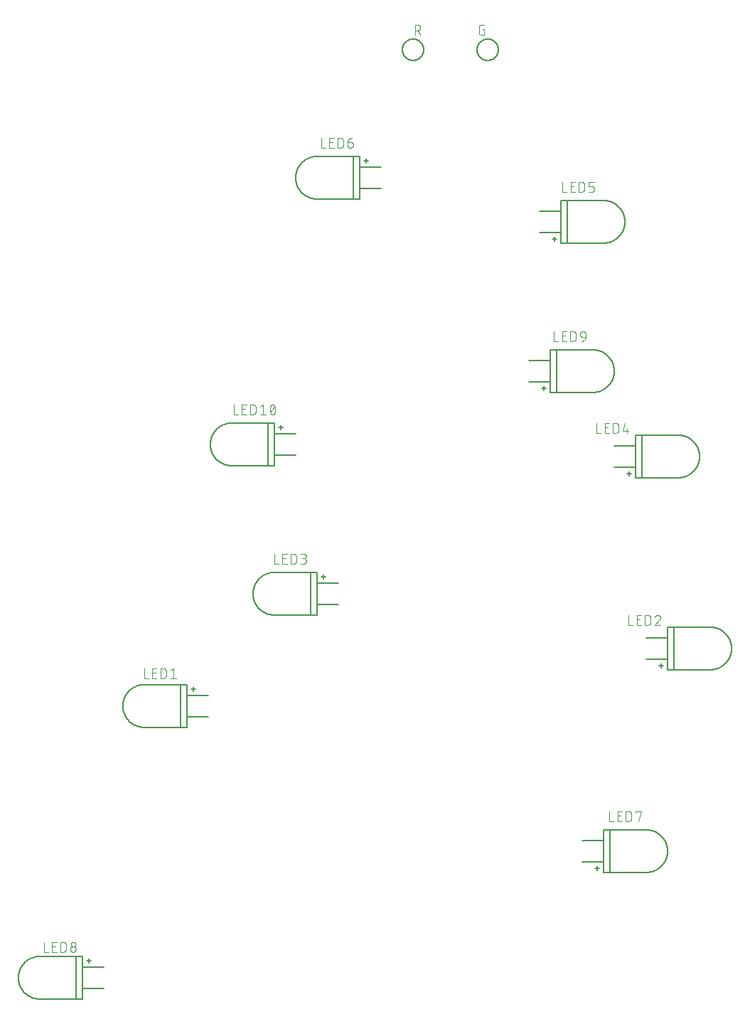
<source format=gbr>
G04 EAGLE Gerber RS-274X export*
G75*
%MOMM*%
%FSLAX34Y34*%
%LPD*%
%INSilkscreen Top*%
%IPPOS*%
%AMOC8*
5,1,8,0,0,1.08239X$1,22.5*%
G01*
%ADD10C,0.152400*%
%ADD11C,0.101600*%
%ADD12C,0.127000*%


D10*
X458100Y1391500D02*
X458104Y1391812D01*
X458115Y1392123D01*
X458134Y1392434D01*
X458161Y1392745D01*
X458196Y1393055D01*
X458237Y1393363D01*
X458287Y1393671D01*
X458344Y1393978D01*
X458409Y1394283D01*
X458481Y1394586D01*
X458560Y1394887D01*
X458647Y1395187D01*
X458741Y1395484D01*
X458842Y1395779D01*
X458951Y1396071D01*
X459067Y1396360D01*
X459190Y1396647D01*
X459319Y1396930D01*
X459456Y1397210D01*
X459600Y1397487D01*
X459750Y1397760D01*
X459907Y1398029D01*
X460070Y1398294D01*
X460240Y1398556D01*
X460417Y1398813D01*
X460599Y1399065D01*
X460788Y1399313D01*
X460983Y1399557D01*
X461183Y1399795D01*
X461390Y1400029D01*
X461602Y1400257D01*
X461820Y1400480D01*
X462043Y1400698D01*
X462271Y1400910D01*
X462505Y1401117D01*
X462743Y1401317D01*
X462987Y1401512D01*
X463235Y1401701D01*
X463487Y1401883D01*
X463744Y1402060D01*
X464006Y1402230D01*
X464271Y1402393D01*
X464540Y1402550D01*
X464813Y1402700D01*
X465090Y1402844D01*
X465370Y1402981D01*
X465653Y1403110D01*
X465940Y1403233D01*
X466229Y1403349D01*
X466521Y1403458D01*
X466816Y1403559D01*
X467113Y1403653D01*
X467413Y1403740D01*
X467714Y1403819D01*
X468017Y1403891D01*
X468322Y1403956D01*
X468629Y1404013D01*
X468937Y1404063D01*
X469245Y1404104D01*
X469555Y1404139D01*
X469866Y1404166D01*
X470177Y1404185D01*
X470488Y1404196D01*
X470800Y1404200D01*
X471112Y1404196D01*
X471423Y1404185D01*
X471734Y1404166D01*
X472045Y1404139D01*
X472355Y1404104D01*
X472663Y1404063D01*
X472971Y1404013D01*
X473278Y1403956D01*
X473583Y1403891D01*
X473886Y1403819D01*
X474187Y1403740D01*
X474487Y1403653D01*
X474784Y1403559D01*
X475079Y1403458D01*
X475371Y1403349D01*
X475660Y1403233D01*
X475947Y1403110D01*
X476230Y1402981D01*
X476510Y1402844D01*
X476787Y1402700D01*
X477060Y1402550D01*
X477329Y1402393D01*
X477594Y1402230D01*
X477856Y1402060D01*
X478113Y1401883D01*
X478365Y1401701D01*
X478613Y1401512D01*
X478857Y1401317D01*
X479095Y1401117D01*
X479329Y1400910D01*
X479557Y1400698D01*
X479780Y1400480D01*
X479998Y1400257D01*
X480210Y1400029D01*
X480417Y1399795D01*
X480617Y1399557D01*
X480812Y1399313D01*
X481001Y1399065D01*
X481183Y1398813D01*
X481360Y1398556D01*
X481530Y1398294D01*
X481693Y1398029D01*
X481850Y1397760D01*
X482000Y1397487D01*
X482144Y1397210D01*
X482281Y1396930D01*
X482410Y1396647D01*
X482533Y1396360D01*
X482649Y1396071D01*
X482758Y1395779D01*
X482859Y1395484D01*
X482953Y1395187D01*
X483040Y1394887D01*
X483119Y1394586D01*
X483191Y1394283D01*
X483256Y1393978D01*
X483313Y1393671D01*
X483363Y1393363D01*
X483404Y1393055D01*
X483439Y1392745D01*
X483466Y1392434D01*
X483485Y1392123D01*
X483496Y1391812D01*
X483500Y1391500D01*
X483496Y1391188D01*
X483485Y1390877D01*
X483466Y1390566D01*
X483439Y1390255D01*
X483404Y1389945D01*
X483363Y1389637D01*
X483313Y1389329D01*
X483256Y1389022D01*
X483191Y1388717D01*
X483119Y1388414D01*
X483040Y1388113D01*
X482953Y1387813D01*
X482859Y1387516D01*
X482758Y1387221D01*
X482649Y1386929D01*
X482533Y1386640D01*
X482410Y1386353D01*
X482281Y1386070D01*
X482144Y1385790D01*
X482000Y1385513D01*
X481850Y1385240D01*
X481693Y1384971D01*
X481530Y1384706D01*
X481360Y1384444D01*
X481183Y1384187D01*
X481001Y1383935D01*
X480812Y1383687D01*
X480617Y1383443D01*
X480417Y1383205D01*
X480210Y1382971D01*
X479998Y1382743D01*
X479780Y1382520D01*
X479557Y1382302D01*
X479329Y1382090D01*
X479095Y1381883D01*
X478857Y1381683D01*
X478613Y1381488D01*
X478365Y1381299D01*
X478113Y1381117D01*
X477856Y1380940D01*
X477594Y1380770D01*
X477329Y1380607D01*
X477060Y1380450D01*
X476787Y1380300D01*
X476510Y1380156D01*
X476230Y1380019D01*
X475947Y1379890D01*
X475660Y1379767D01*
X475371Y1379651D01*
X475079Y1379542D01*
X474784Y1379441D01*
X474487Y1379347D01*
X474187Y1379260D01*
X473886Y1379181D01*
X473583Y1379109D01*
X473278Y1379044D01*
X472971Y1378987D01*
X472663Y1378937D01*
X472355Y1378896D01*
X472045Y1378861D01*
X471734Y1378834D01*
X471423Y1378815D01*
X471112Y1378804D01*
X470800Y1378800D01*
X470488Y1378804D01*
X470177Y1378815D01*
X469866Y1378834D01*
X469555Y1378861D01*
X469245Y1378896D01*
X468937Y1378937D01*
X468629Y1378987D01*
X468322Y1379044D01*
X468017Y1379109D01*
X467714Y1379181D01*
X467413Y1379260D01*
X467113Y1379347D01*
X466816Y1379441D01*
X466521Y1379542D01*
X466229Y1379651D01*
X465940Y1379767D01*
X465653Y1379890D01*
X465370Y1380019D01*
X465090Y1380156D01*
X464813Y1380300D01*
X464540Y1380450D01*
X464271Y1380607D01*
X464006Y1380770D01*
X463744Y1380940D01*
X463487Y1381117D01*
X463235Y1381299D01*
X462987Y1381488D01*
X462743Y1381683D01*
X462505Y1381883D01*
X462271Y1382090D01*
X462043Y1382302D01*
X461820Y1382520D01*
X461602Y1382743D01*
X461390Y1382971D01*
X461183Y1383205D01*
X460983Y1383443D01*
X460788Y1383687D01*
X460599Y1383935D01*
X460417Y1384187D01*
X460240Y1384444D01*
X460070Y1384706D01*
X459907Y1384971D01*
X459750Y1385240D01*
X459600Y1385513D01*
X459456Y1385790D01*
X459319Y1386070D01*
X459190Y1386353D01*
X459067Y1386640D01*
X458951Y1386929D01*
X458842Y1387221D01*
X458741Y1387516D01*
X458647Y1387813D01*
X458560Y1388113D01*
X458481Y1388414D01*
X458409Y1388717D01*
X458344Y1389022D01*
X458287Y1389329D01*
X458237Y1389637D01*
X458196Y1389945D01*
X458161Y1390255D01*
X458134Y1390566D01*
X458115Y1390877D01*
X458104Y1391188D01*
X458100Y1391500D01*
D11*
X464930Y1415771D02*
X466877Y1415771D01*
X466877Y1409280D01*
X462982Y1409280D01*
X462883Y1409282D01*
X462783Y1409288D01*
X462684Y1409297D01*
X462586Y1409310D01*
X462488Y1409327D01*
X462390Y1409348D01*
X462294Y1409373D01*
X462199Y1409401D01*
X462105Y1409433D01*
X462012Y1409468D01*
X461920Y1409507D01*
X461830Y1409550D01*
X461742Y1409595D01*
X461655Y1409645D01*
X461571Y1409697D01*
X461488Y1409753D01*
X461408Y1409811D01*
X461330Y1409873D01*
X461255Y1409938D01*
X461182Y1410006D01*
X461112Y1410076D01*
X461044Y1410149D01*
X460979Y1410224D01*
X460917Y1410302D01*
X460859Y1410382D01*
X460803Y1410465D01*
X460751Y1410549D01*
X460701Y1410636D01*
X460656Y1410724D01*
X460613Y1410814D01*
X460574Y1410906D01*
X460539Y1410999D01*
X460507Y1411093D01*
X460479Y1411188D01*
X460454Y1411284D01*
X460433Y1411382D01*
X460416Y1411480D01*
X460403Y1411578D01*
X460394Y1411677D01*
X460388Y1411777D01*
X460386Y1411876D01*
X460386Y1418368D01*
X460388Y1418467D01*
X460394Y1418567D01*
X460403Y1418666D01*
X460416Y1418764D01*
X460433Y1418862D01*
X460454Y1418960D01*
X460479Y1419056D01*
X460507Y1419151D01*
X460539Y1419245D01*
X460574Y1419338D01*
X460613Y1419430D01*
X460656Y1419520D01*
X460701Y1419608D01*
X460751Y1419695D01*
X460803Y1419779D01*
X460859Y1419862D01*
X460917Y1419942D01*
X460979Y1420020D01*
X461044Y1420095D01*
X461112Y1420168D01*
X461182Y1420238D01*
X461255Y1420306D01*
X461330Y1420371D01*
X461408Y1420433D01*
X461488Y1420491D01*
X461571Y1420547D01*
X461655Y1420599D01*
X461742Y1420649D01*
X461830Y1420694D01*
X461920Y1420737D01*
X462012Y1420776D01*
X462104Y1420811D01*
X462199Y1420843D01*
X462294Y1420871D01*
X462390Y1420896D01*
X462488Y1420917D01*
X462586Y1420934D01*
X462684Y1420947D01*
X462783Y1420956D01*
X462883Y1420962D01*
X462982Y1420964D01*
X466877Y1420964D01*
D12*
X120120Y632960D02*
X120120Y627880D01*
X117580Y630420D02*
X122660Y630420D01*
D10*
X104880Y635500D02*
X61700Y635500D01*
X104880Y635500D02*
X112500Y635500D01*
X112500Y622800D01*
X112500Y597400D01*
X112500Y584700D01*
X104880Y584700D01*
X61700Y584700D01*
X112500Y622800D02*
X137900Y622800D01*
X137900Y597400D02*
X112500Y597400D01*
X61700Y584700D02*
X61081Y584708D01*
X60463Y584730D01*
X59846Y584768D01*
X59230Y584820D01*
X58615Y584888D01*
X58002Y584971D01*
X57391Y585068D01*
X56783Y585181D01*
X56177Y585308D01*
X55575Y585450D01*
X54977Y585606D01*
X54382Y585777D01*
X53792Y585962D01*
X53207Y586162D01*
X52626Y586376D01*
X52051Y586604D01*
X51482Y586846D01*
X50919Y587102D01*
X50362Y587371D01*
X49812Y587654D01*
X49269Y587950D01*
X48733Y588259D01*
X48205Y588581D01*
X47685Y588916D01*
X47173Y589264D01*
X46670Y589624D01*
X46176Y589996D01*
X45691Y590380D01*
X45216Y590776D01*
X44750Y591183D01*
X44294Y591601D01*
X43849Y592030D01*
X43414Y592471D01*
X42991Y592921D01*
X42578Y593382D01*
X42176Y593852D01*
X41787Y594333D01*
X41408Y594822D01*
X41042Y595321D01*
X40689Y595828D01*
X40347Y596344D01*
X40019Y596868D01*
X39703Y597400D01*
X39400Y597939D01*
X39111Y598486D01*
X38835Y599040D01*
X38572Y599600D01*
X38323Y600166D01*
X38088Y600738D01*
X37867Y601316D01*
X37660Y601899D01*
X37468Y602487D01*
X37290Y603079D01*
X37126Y603675D01*
X36977Y604276D01*
X36842Y604880D01*
X36723Y605486D01*
X36618Y606096D01*
X36528Y606708D01*
X36452Y607322D01*
X36392Y607938D01*
X36347Y608555D01*
X36317Y609172D01*
X36302Y609791D01*
X36302Y610409D01*
X36317Y611028D01*
X36347Y611645D01*
X36392Y612262D01*
X36452Y612878D01*
X36528Y613492D01*
X36618Y614104D01*
X36723Y614714D01*
X36842Y615320D01*
X36977Y615924D01*
X37126Y616525D01*
X37290Y617121D01*
X37468Y617713D01*
X37660Y618301D01*
X37867Y618884D01*
X38088Y619462D01*
X38323Y620034D01*
X38572Y620600D01*
X38835Y621160D01*
X39111Y621714D01*
X39400Y622261D01*
X39703Y622800D01*
X40019Y623332D01*
X40347Y623856D01*
X40689Y624372D01*
X41042Y624879D01*
X41408Y625378D01*
X41787Y625867D01*
X42176Y626348D01*
X42578Y626818D01*
X42991Y627279D01*
X43414Y627729D01*
X43849Y628170D01*
X44294Y628599D01*
X44750Y629017D01*
X45216Y629424D01*
X45691Y629820D01*
X46176Y630204D01*
X46670Y630576D01*
X47173Y630936D01*
X47685Y631284D01*
X48205Y631619D01*
X48733Y631941D01*
X49269Y632250D01*
X49812Y632546D01*
X50362Y632829D01*
X50919Y633098D01*
X51482Y633354D01*
X52051Y633596D01*
X52626Y633824D01*
X53207Y634038D01*
X53792Y634238D01*
X54382Y634423D01*
X54977Y634594D01*
X55575Y634750D01*
X56177Y634892D01*
X56783Y635019D01*
X57391Y635132D01*
X58002Y635229D01*
X58615Y635312D01*
X59230Y635380D01*
X59846Y635432D01*
X60463Y635470D01*
X61081Y635492D01*
X61700Y635500D01*
X104880Y635500D02*
X104880Y584700D01*
D11*
X61446Y643120D02*
X61446Y654804D01*
X61446Y643120D02*
X66639Y643120D01*
X71352Y643120D02*
X76545Y643120D01*
X71352Y643120D02*
X71352Y654804D01*
X76545Y654804D01*
X75247Y649611D02*
X71352Y649611D01*
X81235Y654804D02*
X81235Y643120D01*
X81235Y654804D02*
X84481Y654804D01*
X84594Y654802D01*
X84707Y654796D01*
X84820Y654786D01*
X84933Y654772D01*
X85045Y654755D01*
X85156Y654733D01*
X85266Y654708D01*
X85376Y654678D01*
X85484Y654645D01*
X85591Y654608D01*
X85697Y654568D01*
X85801Y654523D01*
X85904Y654475D01*
X86005Y654424D01*
X86104Y654369D01*
X86201Y654311D01*
X86296Y654249D01*
X86389Y654184D01*
X86479Y654116D01*
X86567Y654045D01*
X86653Y653970D01*
X86736Y653893D01*
X86816Y653813D01*
X86893Y653730D01*
X86968Y653644D01*
X87039Y653556D01*
X87107Y653466D01*
X87172Y653373D01*
X87234Y653278D01*
X87292Y653181D01*
X87347Y653082D01*
X87398Y652981D01*
X87446Y652878D01*
X87491Y652774D01*
X87531Y652668D01*
X87568Y652561D01*
X87601Y652453D01*
X87631Y652343D01*
X87656Y652233D01*
X87678Y652122D01*
X87695Y652010D01*
X87709Y651897D01*
X87719Y651784D01*
X87725Y651671D01*
X87727Y651558D01*
X87727Y646366D01*
X87725Y646253D01*
X87719Y646140D01*
X87709Y646027D01*
X87695Y645914D01*
X87678Y645802D01*
X87656Y645691D01*
X87631Y645581D01*
X87601Y645471D01*
X87568Y645363D01*
X87531Y645256D01*
X87491Y645150D01*
X87446Y645046D01*
X87398Y644943D01*
X87347Y644842D01*
X87292Y644743D01*
X87234Y644646D01*
X87172Y644551D01*
X87107Y644458D01*
X87039Y644368D01*
X86968Y644280D01*
X86893Y644194D01*
X86816Y644111D01*
X86736Y644031D01*
X86653Y643954D01*
X86567Y643879D01*
X86479Y643808D01*
X86389Y643740D01*
X86296Y643675D01*
X86201Y643613D01*
X86104Y643555D01*
X86005Y643500D01*
X85904Y643449D01*
X85801Y643401D01*
X85697Y643356D01*
X85591Y643316D01*
X85484Y643279D01*
X85376Y643246D01*
X85266Y643216D01*
X85156Y643191D01*
X85045Y643169D01*
X84933Y643152D01*
X84820Y643138D01*
X84707Y643128D01*
X84594Y643122D01*
X84481Y643120D01*
X81235Y643120D01*
X93046Y652208D02*
X96292Y654804D01*
X96292Y643120D01*
X99537Y643120D02*
X93046Y643120D01*
D12*
X224420Y939380D02*
X224420Y944460D01*
X221880Y941920D02*
X226960Y941920D01*
D10*
X209180Y947000D02*
X166000Y947000D01*
X209180Y947000D02*
X216800Y947000D01*
X216800Y934300D01*
X216800Y908900D01*
X216800Y896200D01*
X209180Y896200D01*
X166000Y896200D01*
X216800Y934300D02*
X242200Y934300D01*
X242200Y908900D02*
X216800Y908900D01*
X166000Y896200D02*
X165381Y896208D01*
X164763Y896230D01*
X164146Y896268D01*
X163530Y896320D01*
X162915Y896388D01*
X162302Y896471D01*
X161691Y896568D01*
X161083Y896681D01*
X160477Y896808D01*
X159875Y896950D01*
X159277Y897106D01*
X158682Y897277D01*
X158092Y897462D01*
X157507Y897662D01*
X156926Y897876D01*
X156351Y898104D01*
X155782Y898346D01*
X155219Y898602D01*
X154662Y898871D01*
X154112Y899154D01*
X153569Y899450D01*
X153033Y899759D01*
X152505Y900081D01*
X151985Y900416D01*
X151473Y900764D01*
X150970Y901124D01*
X150476Y901496D01*
X149991Y901880D01*
X149516Y902276D01*
X149050Y902683D01*
X148594Y903101D01*
X148149Y903530D01*
X147714Y903971D01*
X147291Y904421D01*
X146878Y904882D01*
X146476Y905352D01*
X146087Y905833D01*
X145708Y906322D01*
X145342Y906821D01*
X144989Y907328D01*
X144647Y907844D01*
X144319Y908368D01*
X144003Y908900D01*
X143700Y909439D01*
X143411Y909986D01*
X143135Y910540D01*
X142872Y911100D01*
X142623Y911666D01*
X142388Y912238D01*
X142167Y912816D01*
X141960Y913399D01*
X141768Y913987D01*
X141590Y914579D01*
X141426Y915175D01*
X141277Y915776D01*
X141142Y916380D01*
X141023Y916986D01*
X140918Y917596D01*
X140828Y918208D01*
X140752Y918822D01*
X140692Y919438D01*
X140647Y920055D01*
X140617Y920672D01*
X140602Y921291D01*
X140602Y921909D01*
X140617Y922528D01*
X140647Y923145D01*
X140692Y923762D01*
X140752Y924378D01*
X140828Y924992D01*
X140918Y925604D01*
X141023Y926214D01*
X141142Y926820D01*
X141277Y927424D01*
X141426Y928025D01*
X141590Y928621D01*
X141768Y929213D01*
X141960Y929801D01*
X142167Y930384D01*
X142388Y930962D01*
X142623Y931534D01*
X142872Y932100D01*
X143135Y932660D01*
X143411Y933214D01*
X143700Y933761D01*
X144003Y934300D01*
X144319Y934832D01*
X144647Y935356D01*
X144989Y935872D01*
X145342Y936379D01*
X145708Y936878D01*
X146087Y937367D01*
X146476Y937848D01*
X146878Y938318D01*
X147291Y938779D01*
X147714Y939229D01*
X148149Y939670D01*
X148594Y940099D01*
X149050Y940517D01*
X149516Y940924D01*
X149991Y941320D01*
X150476Y941704D01*
X150970Y942076D01*
X151473Y942436D01*
X151985Y942784D01*
X152505Y943119D01*
X153033Y943441D01*
X153569Y943750D01*
X154112Y944046D01*
X154662Y944329D01*
X155219Y944598D01*
X155782Y944854D01*
X156351Y945096D01*
X156926Y945324D01*
X157507Y945538D01*
X158092Y945738D01*
X158682Y945923D01*
X159277Y946094D01*
X159875Y946250D01*
X160477Y946392D01*
X161083Y946519D01*
X161691Y946632D01*
X162302Y946729D01*
X162915Y946812D01*
X163530Y946880D01*
X164146Y946932D01*
X164763Y946970D01*
X165381Y946992D01*
X166000Y947000D01*
X209180Y947000D02*
X209180Y896200D01*
D11*
X168286Y957160D02*
X168286Y968844D01*
X168286Y957160D02*
X173479Y957160D01*
X178192Y957160D02*
X183385Y957160D01*
X178192Y957160D02*
X178192Y968844D01*
X183385Y968844D01*
X182087Y963651D02*
X178192Y963651D01*
X188075Y968844D02*
X188075Y957160D01*
X188075Y968844D02*
X191321Y968844D01*
X191434Y968842D01*
X191547Y968836D01*
X191660Y968826D01*
X191773Y968812D01*
X191885Y968795D01*
X191996Y968773D01*
X192106Y968748D01*
X192216Y968718D01*
X192324Y968685D01*
X192431Y968648D01*
X192537Y968608D01*
X192641Y968563D01*
X192744Y968515D01*
X192845Y968464D01*
X192944Y968409D01*
X193041Y968351D01*
X193136Y968289D01*
X193229Y968224D01*
X193319Y968156D01*
X193407Y968085D01*
X193493Y968010D01*
X193576Y967933D01*
X193656Y967853D01*
X193733Y967770D01*
X193808Y967684D01*
X193879Y967596D01*
X193947Y967506D01*
X194012Y967413D01*
X194074Y967318D01*
X194132Y967221D01*
X194187Y967122D01*
X194238Y967021D01*
X194286Y966918D01*
X194331Y966814D01*
X194371Y966708D01*
X194408Y966601D01*
X194441Y966493D01*
X194471Y966383D01*
X194496Y966273D01*
X194518Y966162D01*
X194535Y966050D01*
X194549Y965937D01*
X194559Y965824D01*
X194565Y965711D01*
X194567Y965598D01*
X194567Y960406D01*
X194565Y960293D01*
X194559Y960180D01*
X194549Y960067D01*
X194535Y959954D01*
X194518Y959842D01*
X194496Y959731D01*
X194471Y959621D01*
X194441Y959511D01*
X194408Y959403D01*
X194371Y959296D01*
X194331Y959190D01*
X194286Y959086D01*
X194238Y958983D01*
X194187Y958882D01*
X194132Y958783D01*
X194074Y958686D01*
X194012Y958591D01*
X193947Y958498D01*
X193879Y958408D01*
X193808Y958320D01*
X193733Y958234D01*
X193656Y958151D01*
X193576Y958071D01*
X193493Y957994D01*
X193407Y957919D01*
X193319Y957848D01*
X193229Y957780D01*
X193136Y957715D01*
X193041Y957653D01*
X192944Y957595D01*
X192845Y957540D01*
X192744Y957489D01*
X192641Y957441D01*
X192537Y957396D01*
X192431Y957356D01*
X192324Y957319D01*
X192216Y957286D01*
X192106Y957256D01*
X191996Y957231D01*
X191885Y957209D01*
X191773Y957192D01*
X191660Y957178D01*
X191547Y957168D01*
X191434Y957162D01*
X191321Y957160D01*
X188075Y957160D01*
X199886Y966248D02*
X203132Y968844D01*
X203132Y957160D01*
X206377Y957160D02*
X199886Y957160D01*
X211317Y963002D02*
X211320Y963232D01*
X211328Y963462D01*
X211342Y963691D01*
X211361Y963920D01*
X211386Y964149D01*
X211416Y964376D01*
X211451Y964604D01*
X211492Y964830D01*
X211538Y965055D01*
X211590Y965279D01*
X211647Y965501D01*
X211709Y965723D01*
X211777Y965942D01*
X211850Y966160D01*
X211928Y966377D01*
X212011Y966591D01*
X212099Y966803D01*
X212192Y967013D01*
X212291Y967221D01*
X212290Y967221D02*
X212323Y967311D01*
X212359Y967400D01*
X212399Y967488D01*
X212443Y967573D01*
X212490Y967657D01*
X212540Y967739D01*
X212594Y967819D01*
X212650Y967896D01*
X212710Y967972D01*
X212773Y968045D01*
X212838Y968115D01*
X212907Y968183D01*
X212978Y968247D01*
X213051Y968309D01*
X213127Y968368D01*
X213205Y968424D01*
X213286Y968477D01*
X213368Y968526D01*
X213452Y968572D01*
X213539Y968615D01*
X213626Y968654D01*
X213716Y968690D01*
X213806Y968722D01*
X213898Y968750D01*
X213991Y968775D01*
X214085Y968796D01*
X214179Y968813D01*
X214274Y968827D01*
X214370Y968836D01*
X214466Y968842D01*
X214562Y968844D01*
X214658Y968842D01*
X214754Y968836D01*
X214850Y968827D01*
X214945Y968813D01*
X215039Y968796D01*
X215133Y968775D01*
X215226Y968750D01*
X215318Y968722D01*
X215408Y968690D01*
X215498Y968654D01*
X215585Y968615D01*
X215672Y968572D01*
X215756Y968526D01*
X215838Y968477D01*
X215919Y968424D01*
X215997Y968368D01*
X216073Y968309D01*
X216146Y968247D01*
X216217Y968183D01*
X216286Y968115D01*
X216351Y968045D01*
X216414Y967972D01*
X216474Y967896D01*
X216530Y967819D01*
X216584Y967739D01*
X216634Y967657D01*
X216681Y967573D01*
X216725Y967488D01*
X216765Y967400D01*
X216801Y967311D01*
X216834Y967221D01*
X216933Y967014D01*
X217026Y966804D01*
X217114Y966591D01*
X217197Y966377D01*
X217275Y966161D01*
X217348Y965943D01*
X217416Y965723D01*
X217478Y965502D01*
X217535Y965279D01*
X217587Y965055D01*
X217633Y964830D01*
X217674Y964604D01*
X217709Y964377D01*
X217739Y964149D01*
X217764Y963920D01*
X217783Y963691D01*
X217797Y963462D01*
X217805Y963232D01*
X217808Y963002D01*
X211316Y963002D02*
X211319Y962772D01*
X211327Y962542D01*
X211341Y962313D01*
X211360Y962084D01*
X211385Y961855D01*
X211415Y961627D01*
X211450Y961400D01*
X211491Y961174D01*
X211537Y960949D01*
X211589Y960725D01*
X211646Y960502D01*
X211708Y960281D01*
X211776Y960061D01*
X211849Y959843D01*
X211927Y959627D01*
X212010Y959413D01*
X212098Y959201D01*
X212191Y958990D01*
X212290Y958783D01*
X212323Y958693D01*
X212359Y958604D01*
X212400Y958516D01*
X212443Y958431D01*
X212490Y958347D01*
X212540Y958265D01*
X212594Y958185D01*
X212650Y958108D01*
X212710Y958032D01*
X212773Y957959D01*
X212838Y957889D01*
X212907Y957821D01*
X212978Y957757D01*
X213051Y957695D01*
X213127Y957636D01*
X213205Y957580D01*
X213286Y957527D01*
X213368Y957478D01*
X213452Y957432D01*
X213539Y957389D01*
X213626Y957350D01*
X213716Y957314D01*
X213806Y957282D01*
X213898Y957254D01*
X213991Y957229D01*
X214085Y957208D01*
X214179Y957191D01*
X214274Y957177D01*
X214370Y957168D01*
X214466Y957162D01*
X214562Y957160D01*
X216834Y958783D02*
X216933Y958990D01*
X217026Y959201D01*
X217114Y959413D01*
X217197Y959627D01*
X217275Y959843D01*
X217348Y960061D01*
X217416Y960281D01*
X217478Y960502D01*
X217535Y960725D01*
X217587Y960949D01*
X217633Y961174D01*
X217674Y961400D01*
X217709Y961627D01*
X217739Y961855D01*
X217764Y962084D01*
X217783Y962313D01*
X217797Y962542D01*
X217805Y962772D01*
X217808Y963002D01*
X216834Y958783D02*
X216801Y958693D01*
X216765Y958604D01*
X216725Y958516D01*
X216681Y958431D01*
X216634Y958347D01*
X216584Y958265D01*
X216530Y958185D01*
X216474Y958108D01*
X216414Y958032D01*
X216351Y957959D01*
X216286Y957889D01*
X216217Y957821D01*
X216146Y957757D01*
X216073Y957695D01*
X215997Y957636D01*
X215919Y957580D01*
X215838Y957527D01*
X215756Y957478D01*
X215672Y957432D01*
X215585Y957389D01*
X215498Y957350D01*
X215408Y957314D01*
X215318Y957282D01*
X215226Y957254D01*
X215133Y957229D01*
X215039Y957208D01*
X214945Y957191D01*
X214850Y957177D01*
X214754Y957168D01*
X214658Y957162D01*
X214562Y957160D01*
X211965Y959756D02*
X217158Y966248D01*
D12*
X677280Y660820D02*
X677280Y655740D01*
X679820Y658280D02*
X674740Y658280D01*
D10*
X692520Y653200D02*
X735700Y653200D01*
X692520Y653200D02*
X684900Y653200D01*
X684900Y665900D01*
X684900Y691300D01*
X684900Y704000D01*
X692520Y704000D01*
X735700Y704000D01*
X684900Y665900D02*
X659500Y665900D01*
X659500Y691300D02*
X684900Y691300D01*
X735700Y704000D02*
X736319Y703992D01*
X736937Y703970D01*
X737554Y703932D01*
X738170Y703880D01*
X738785Y703812D01*
X739398Y703729D01*
X740009Y703632D01*
X740617Y703519D01*
X741223Y703392D01*
X741825Y703250D01*
X742423Y703094D01*
X743018Y702923D01*
X743608Y702738D01*
X744193Y702538D01*
X744774Y702324D01*
X745349Y702096D01*
X745918Y701854D01*
X746481Y701598D01*
X747038Y701329D01*
X747588Y701046D01*
X748131Y700750D01*
X748667Y700441D01*
X749195Y700119D01*
X749715Y699784D01*
X750227Y699436D01*
X750730Y699076D01*
X751224Y698704D01*
X751709Y698320D01*
X752184Y697924D01*
X752650Y697517D01*
X753106Y697099D01*
X753551Y696670D01*
X753986Y696229D01*
X754409Y695779D01*
X754822Y695318D01*
X755224Y694848D01*
X755613Y694367D01*
X755992Y693878D01*
X756358Y693379D01*
X756711Y692872D01*
X757053Y692356D01*
X757381Y691832D01*
X757697Y691300D01*
X758000Y690761D01*
X758289Y690214D01*
X758565Y689660D01*
X758828Y689100D01*
X759077Y688534D01*
X759312Y687962D01*
X759533Y687384D01*
X759740Y686801D01*
X759932Y686213D01*
X760110Y685621D01*
X760274Y685025D01*
X760423Y684424D01*
X760558Y683820D01*
X760677Y683214D01*
X760782Y682604D01*
X760872Y681992D01*
X760948Y681378D01*
X761008Y680762D01*
X761053Y680145D01*
X761083Y679528D01*
X761098Y678909D01*
X761098Y678291D01*
X761083Y677672D01*
X761053Y677055D01*
X761008Y676438D01*
X760948Y675822D01*
X760872Y675208D01*
X760782Y674596D01*
X760677Y673986D01*
X760558Y673380D01*
X760423Y672776D01*
X760274Y672175D01*
X760110Y671579D01*
X759932Y670987D01*
X759740Y670399D01*
X759533Y669816D01*
X759312Y669238D01*
X759077Y668666D01*
X758828Y668100D01*
X758565Y667540D01*
X758289Y666986D01*
X758000Y666439D01*
X757697Y665900D01*
X757381Y665368D01*
X757053Y664844D01*
X756711Y664328D01*
X756358Y663821D01*
X755992Y663322D01*
X755613Y662833D01*
X755224Y662352D01*
X754822Y661882D01*
X754409Y661421D01*
X753986Y660971D01*
X753551Y660530D01*
X753106Y660101D01*
X752650Y659683D01*
X752184Y659276D01*
X751709Y658880D01*
X751224Y658496D01*
X750730Y658124D01*
X750227Y657764D01*
X749715Y657416D01*
X749195Y657081D01*
X748667Y656759D01*
X748131Y656450D01*
X747588Y656154D01*
X747038Y655871D01*
X746481Y655602D01*
X745918Y655346D01*
X745349Y655104D01*
X744774Y654876D01*
X744193Y654662D01*
X743608Y654462D01*
X743018Y654277D01*
X742423Y654106D01*
X741825Y653950D01*
X741223Y653808D01*
X740617Y653681D01*
X740009Y653568D01*
X739398Y653471D01*
X738785Y653388D01*
X738170Y653320D01*
X737554Y653268D01*
X736937Y653230D01*
X736319Y653208D01*
X735700Y653200D01*
X692520Y653200D02*
X692520Y704000D01*
D11*
X638292Y706540D02*
X638292Y718224D01*
X638292Y706540D02*
X643485Y706540D01*
X648198Y706540D02*
X653391Y706540D01*
X648198Y706540D02*
X648198Y718224D01*
X653391Y718224D01*
X652093Y713031D02*
X648198Y713031D01*
X658081Y718224D02*
X658081Y706540D01*
X658081Y718224D02*
X661327Y718224D01*
X661440Y718222D01*
X661553Y718216D01*
X661666Y718206D01*
X661779Y718192D01*
X661891Y718175D01*
X662002Y718153D01*
X662112Y718128D01*
X662222Y718098D01*
X662330Y718065D01*
X662437Y718028D01*
X662543Y717988D01*
X662647Y717943D01*
X662750Y717895D01*
X662851Y717844D01*
X662950Y717789D01*
X663047Y717731D01*
X663142Y717669D01*
X663235Y717604D01*
X663325Y717536D01*
X663413Y717465D01*
X663499Y717390D01*
X663582Y717313D01*
X663662Y717233D01*
X663739Y717150D01*
X663814Y717064D01*
X663885Y716976D01*
X663953Y716886D01*
X664018Y716793D01*
X664080Y716698D01*
X664138Y716601D01*
X664193Y716502D01*
X664244Y716401D01*
X664292Y716298D01*
X664337Y716194D01*
X664377Y716088D01*
X664414Y715981D01*
X664447Y715873D01*
X664477Y715763D01*
X664502Y715653D01*
X664524Y715542D01*
X664541Y715430D01*
X664555Y715317D01*
X664565Y715204D01*
X664571Y715091D01*
X664573Y714978D01*
X664573Y709786D01*
X664571Y709673D01*
X664565Y709560D01*
X664555Y709447D01*
X664541Y709334D01*
X664524Y709222D01*
X664502Y709111D01*
X664477Y709001D01*
X664447Y708891D01*
X664414Y708783D01*
X664377Y708676D01*
X664337Y708570D01*
X664292Y708466D01*
X664244Y708363D01*
X664193Y708262D01*
X664138Y708163D01*
X664080Y708066D01*
X664018Y707971D01*
X663953Y707878D01*
X663885Y707788D01*
X663814Y707700D01*
X663739Y707614D01*
X663662Y707531D01*
X663582Y707451D01*
X663499Y707374D01*
X663413Y707299D01*
X663325Y707228D01*
X663235Y707160D01*
X663142Y707095D01*
X663047Y707033D01*
X662950Y706975D01*
X662851Y706920D01*
X662750Y706869D01*
X662647Y706821D01*
X662543Y706776D01*
X662437Y706736D01*
X662330Y706699D01*
X662222Y706666D01*
X662112Y706636D01*
X662002Y706611D01*
X661891Y706589D01*
X661779Y706572D01*
X661666Y706558D01*
X661553Y706548D01*
X661440Y706542D01*
X661327Y706540D01*
X658081Y706540D01*
X673462Y718224D02*
X673569Y718222D01*
X673675Y718216D01*
X673781Y718206D01*
X673887Y718193D01*
X673993Y718175D01*
X674097Y718154D01*
X674201Y718129D01*
X674304Y718100D01*
X674405Y718068D01*
X674505Y718031D01*
X674604Y717991D01*
X674702Y717948D01*
X674798Y717901D01*
X674892Y717850D01*
X674984Y717796D01*
X675074Y717739D01*
X675162Y717679D01*
X675247Y717615D01*
X675330Y717548D01*
X675411Y717478D01*
X675489Y717406D01*
X675565Y717330D01*
X675637Y717252D01*
X675707Y717171D01*
X675774Y717088D01*
X675838Y717003D01*
X675898Y716915D01*
X675955Y716825D01*
X676009Y716733D01*
X676060Y716639D01*
X676107Y716543D01*
X676150Y716445D01*
X676190Y716346D01*
X676227Y716246D01*
X676259Y716145D01*
X676288Y716042D01*
X676313Y715938D01*
X676334Y715834D01*
X676352Y715728D01*
X676365Y715622D01*
X676375Y715516D01*
X676381Y715410D01*
X676383Y715303D01*
X673462Y718224D02*
X673341Y718222D01*
X673220Y718216D01*
X673100Y718206D01*
X672979Y718193D01*
X672860Y718175D01*
X672740Y718154D01*
X672622Y718129D01*
X672505Y718100D01*
X672388Y718067D01*
X672273Y718031D01*
X672159Y717990D01*
X672046Y717947D01*
X671934Y717899D01*
X671825Y717848D01*
X671717Y717793D01*
X671610Y717735D01*
X671506Y717674D01*
X671404Y717609D01*
X671304Y717541D01*
X671206Y717470D01*
X671110Y717396D01*
X671017Y717319D01*
X670927Y717238D01*
X670839Y717155D01*
X670754Y717069D01*
X670671Y716980D01*
X670592Y716889D01*
X670515Y716795D01*
X670442Y716699D01*
X670372Y716601D01*
X670305Y716500D01*
X670241Y716397D01*
X670181Y716292D01*
X670124Y716185D01*
X670070Y716077D01*
X670020Y715967D01*
X669974Y715855D01*
X669931Y715742D01*
X669892Y715627D01*
X675410Y713031D02*
X675489Y713108D01*
X675565Y713189D01*
X675638Y713272D01*
X675708Y713357D01*
X675775Y713445D01*
X675839Y713535D01*
X675899Y713627D01*
X675956Y713722D01*
X676010Y713818D01*
X676061Y713916D01*
X676108Y714016D01*
X676152Y714118D01*
X676192Y714221D01*
X676228Y714325D01*
X676260Y714431D01*
X676289Y714537D01*
X676314Y714645D01*
X676336Y714753D01*
X676353Y714863D01*
X676367Y714972D01*
X676376Y715082D01*
X676382Y715193D01*
X676384Y715303D01*
X675410Y713031D02*
X669892Y706540D01*
X676383Y706540D01*
D12*
X275220Y761580D02*
X275220Y766660D01*
X272680Y764120D02*
X277760Y764120D01*
D10*
X259980Y769200D02*
X216800Y769200D01*
X259980Y769200D02*
X267600Y769200D01*
X267600Y756500D01*
X267600Y731100D01*
X267600Y718400D01*
X259980Y718400D01*
X216800Y718400D01*
X267600Y756500D02*
X293000Y756500D01*
X293000Y731100D02*
X267600Y731100D01*
X216800Y718400D02*
X216181Y718408D01*
X215563Y718430D01*
X214946Y718468D01*
X214330Y718520D01*
X213715Y718588D01*
X213102Y718671D01*
X212491Y718768D01*
X211883Y718881D01*
X211277Y719008D01*
X210675Y719150D01*
X210077Y719306D01*
X209482Y719477D01*
X208892Y719662D01*
X208307Y719862D01*
X207726Y720076D01*
X207151Y720304D01*
X206582Y720546D01*
X206019Y720802D01*
X205462Y721071D01*
X204912Y721354D01*
X204369Y721650D01*
X203833Y721959D01*
X203305Y722281D01*
X202785Y722616D01*
X202273Y722964D01*
X201770Y723324D01*
X201276Y723696D01*
X200791Y724080D01*
X200316Y724476D01*
X199850Y724883D01*
X199394Y725301D01*
X198949Y725730D01*
X198514Y726171D01*
X198091Y726621D01*
X197678Y727082D01*
X197276Y727552D01*
X196887Y728033D01*
X196508Y728522D01*
X196142Y729021D01*
X195789Y729528D01*
X195447Y730044D01*
X195119Y730568D01*
X194803Y731100D01*
X194500Y731639D01*
X194211Y732186D01*
X193935Y732740D01*
X193672Y733300D01*
X193423Y733866D01*
X193188Y734438D01*
X192967Y735016D01*
X192760Y735599D01*
X192568Y736187D01*
X192390Y736779D01*
X192226Y737375D01*
X192077Y737976D01*
X191942Y738580D01*
X191823Y739186D01*
X191718Y739796D01*
X191628Y740408D01*
X191552Y741022D01*
X191492Y741638D01*
X191447Y742255D01*
X191417Y742872D01*
X191402Y743491D01*
X191402Y744109D01*
X191417Y744728D01*
X191447Y745345D01*
X191492Y745962D01*
X191552Y746578D01*
X191628Y747192D01*
X191718Y747804D01*
X191823Y748414D01*
X191942Y749020D01*
X192077Y749624D01*
X192226Y750225D01*
X192390Y750821D01*
X192568Y751413D01*
X192760Y752001D01*
X192967Y752584D01*
X193188Y753162D01*
X193423Y753734D01*
X193672Y754300D01*
X193935Y754860D01*
X194211Y755414D01*
X194500Y755961D01*
X194803Y756500D01*
X195119Y757032D01*
X195447Y757556D01*
X195789Y758072D01*
X196142Y758579D01*
X196508Y759078D01*
X196887Y759567D01*
X197276Y760048D01*
X197678Y760518D01*
X198091Y760979D01*
X198514Y761429D01*
X198949Y761870D01*
X199394Y762299D01*
X199850Y762717D01*
X200316Y763124D01*
X200791Y763520D01*
X201276Y763904D01*
X201770Y764276D01*
X202273Y764636D01*
X202785Y764984D01*
X203305Y765319D01*
X203833Y765641D01*
X204369Y765950D01*
X204912Y766246D01*
X205462Y766529D01*
X206019Y766798D01*
X206582Y767054D01*
X207151Y767296D01*
X207726Y767524D01*
X208307Y767738D01*
X208892Y767938D01*
X209482Y768123D01*
X210077Y768294D01*
X210675Y768450D01*
X211277Y768592D01*
X211883Y768719D01*
X212491Y768832D01*
X213102Y768929D01*
X213715Y769012D01*
X214330Y769080D01*
X214946Y769132D01*
X215563Y769170D01*
X216181Y769192D01*
X216800Y769200D01*
X259980Y769200D02*
X259980Y718400D01*
D11*
X216546Y779360D02*
X216546Y791044D01*
X216546Y779360D02*
X221739Y779360D01*
X226452Y779360D02*
X231645Y779360D01*
X226452Y779360D02*
X226452Y791044D01*
X231645Y791044D01*
X230347Y785851D02*
X226452Y785851D01*
X236335Y791044D02*
X236335Y779360D01*
X236335Y791044D02*
X239581Y791044D01*
X239694Y791042D01*
X239807Y791036D01*
X239920Y791026D01*
X240033Y791012D01*
X240145Y790995D01*
X240256Y790973D01*
X240366Y790948D01*
X240476Y790918D01*
X240584Y790885D01*
X240691Y790848D01*
X240797Y790808D01*
X240901Y790763D01*
X241004Y790715D01*
X241105Y790664D01*
X241204Y790609D01*
X241301Y790551D01*
X241396Y790489D01*
X241489Y790424D01*
X241579Y790356D01*
X241667Y790285D01*
X241753Y790210D01*
X241836Y790133D01*
X241916Y790053D01*
X241993Y789970D01*
X242068Y789884D01*
X242139Y789796D01*
X242207Y789706D01*
X242272Y789613D01*
X242334Y789518D01*
X242392Y789421D01*
X242447Y789322D01*
X242498Y789221D01*
X242546Y789118D01*
X242591Y789014D01*
X242631Y788908D01*
X242668Y788801D01*
X242701Y788693D01*
X242731Y788583D01*
X242756Y788473D01*
X242778Y788362D01*
X242795Y788250D01*
X242809Y788137D01*
X242819Y788024D01*
X242825Y787911D01*
X242827Y787798D01*
X242827Y782606D01*
X242825Y782493D01*
X242819Y782380D01*
X242809Y782267D01*
X242795Y782154D01*
X242778Y782042D01*
X242756Y781931D01*
X242731Y781821D01*
X242701Y781711D01*
X242668Y781603D01*
X242631Y781496D01*
X242591Y781390D01*
X242546Y781286D01*
X242498Y781183D01*
X242447Y781082D01*
X242392Y780983D01*
X242334Y780886D01*
X242272Y780791D01*
X242207Y780698D01*
X242139Y780608D01*
X242068Y780520D01*
X241993Y780434D01*
X241916Y780351D01*
X241836Y780271D01*
X241753Y780194D01*
X241667Y780119D01*
X241579Y780048D01*
X241489Y779980D01*
X241396Y779915D01*
X241301Y779853D01*
X241204Y779795D01*
X241105Y779740D01*
X241004Y779689D01*
X240901Y779641D01*
X240797Y779596D01*
X240691Y779556D01*
X240584Y779519D01*
X240476Y779486D01*
X240366Y779456D01*
X240256Y779431D01*
X240145Y779409D01*
X240033Y779392D01*
X239920Y779378D01*
X239807Y779368D01*
X239694Y779362D01*
X239581Y779360D01*
X236335Y779360D01*
X248146Y779360D02*
X251392Y779360D01*
X251505Y779362D01*
X251618Y779368D01*
X251731Y779378D01*
X251844Y779392D01*
X251956Y779409D01*
X252067Y779431D01*
X252177Y779456D01*
X252287Y779486D01*
X252395Y779519D01*
X252502Y779556D01*
X252608Y779596D01*
X252712Y779641D01*
X252815Y779689D01*
X252916Y779740D01*
X253015Y779795D01*
X253112Y779853D01*
X253207Y779915D01*
X253300Y779980D01*
X253390Y780048D01*
X253478Y780119D01*
X253564Y780194D01*
X253647Y780271D01*
X253727Y780351D01*
X253804Y780434D01*
X253879Y780520D01*
X253950Y780608D01*
X254018Y780698D01*
X254083Y780791D01*
X254145Y780886D01*
X254203Y780983D01*
X254258Y781082D01*
X254309Y781183D01*
X254357Y781286D01*
X254402Y781390D01*
X254442Y781496D01*
X254479Y781603D01*
X254512Y781711D01*
X254542Y781821D01*
X254567Y781931D01*
X254589Y782042D01*
X254606Y782154D01*
X254620Y782267D01*
X254630Y782380D01*
X254636Y782493D01*
X254638Y782606D01*
X254636Y782719D01*
X254630Y782832D01*
X254620Y782945D01*
X254606Y783058D01*
X254589Y783170D01*
X254567Y783281D01*
X254542Y783391D01*
X254512Y783501D01*
X254479Y783609D01*
X254442Y783716D01*
X254402Y783822D01*
X254357Y783926D01*
X254309Y784029D01*
X254258Y784130D01*
X254203Y784229D01*
X254145Y784326D01*
X254083Y784421D01*
X254018Y784514D01*
X253950Y784604D01*
X253879Y784692D01*
X253804Y784778D01*
X253727Y784861D01*
X253647Y784941D01*
X253564Y785018D01*
X253478Y785093D01*
X253390Y785164D01*
X253300Y785232D01*
X253207Y785297D01*
X253112Y785359D01*
X253015Y785417D01*
X252916Y785472D01*
X252815Y785523D01*
X252712Y785571D01*
X252608Y785616D01*
X252502Y785656D01*
X252395Y785693D01*
X252287Y785726D01*
X252177Y785756D01*
X252067Y785781D01*
X251956Y785803D01*
X251844Y785820D01*
X251731Y785834D01*
X251618Y785844D01*
X251505Y785850D01*
X251392Y785852D01*
X252041Y791044D02*
X248146Y791044D01*
X252041Y791044D02*
X252142Y791042D01*
X252242Y791036D01*
X252342Y791026D01*
X252442Y791013D01*
X252541Y790995D01*
X252640Y790974D01*
X252737Y790949D01*
X252834Y790920D01*
X252929Y790887D01*
X253023Y790851D01*
X253115Y790811D01*
X253206Y790768D01*
X253295Y790721D01*
X253382Y790671D01*
X253468Y790617D01*
X253551Y790560D01*
X253631Y790500D01*
X253710Y790437D01*
X253786Y790370D01*
X253859Y790301D01*
X253929Y790229D01*
X253997Y790155D01*
X254062Y790078D01*
X254123Y789998D01*
X254182Y789916D01*
X254237Y789832D01*
X254289Y789746D01*
X254338Y789658D01*
X254383Y789568D01*
X254425Y789476D01*
X254463Y789383D01*
X254497Y789288D01*
X254528Y789193D01*
X254555Y789096D01*
X254578Y788998D01*
X254598Y788899D01*
X254613Y788799D01*
X254625Y788699D01*
X254633Y788599D01*
X254637Y788498D01*
X254637Y788398D01*
X254633Y788297D01*
X254625Y788197D01*
X254613Y788097D01*
X254598Y787997D01*
X254578Y787898D01*
X254555Y787800D01*
X254528Y787703D01*
X254497Y787608D01*
X254463Y787513D01*
X254425Y787420D01*
X254383Y787328D01*
X254338Y787238D01*
X254289Y787150D01*
X254237Y787064D01*
X254182Y786980D01*
X254123Y786898D01*
X254062Y786818D01*
X253997Y786741D01*
X253929Y786667D01*
X253859Y786595D01*
X253786Y786526D01*
X253710Y786459D01*
X253631Y786396D01*
X253551Y786336D01*
X253468Y786279D01*
X253382Y786225D01*
X253295Y786175D01*
X253206Y786128D01*
X253115Y786085D01*
X253023Y786045D01*
X252929Y786009D01*
X252834Y785976D01*
X252737Y785947D01*
X252640Y785922D01*
X252541Y785901D01*
X252442Y785883D01*
X252342Y785870D01*
X252242Y785860D01*
X252142Y785854D01*
X252041Y785852D01*
X252041Y785851D02*
X249445Y785851D01*
D12*
X639180Y884340D02*
X639180Y889420D01*
X641720Y886880D02*
X636640Y886880D01*
D10*
X654420Y881800D02*
X697600Y881800D01*
X654420Y881800D02*
X646800Y881800D01*
X646800Y894500D01*
X646800Y919900D01*
X646800Y932600D01*
X654420Y932600D01*
X697600Y932600D01*
X646800Y894500D02*
X621400Y894500D01*
X621400Y919900D02*
X646800Y919900D01*
X697600Y932600D02*
X698219Y932592D01*
X698837Y932570D01*
X699454Y932532D01*
X700070Y932480D01*
X700685Y932412D01*
X701298Y932329D01*
X701909Y932232D01*
X702517Y932119D01*
X703123Y931992D01*
X703725Y931850D01*
X704323Y931694D01*
X704918Y931523D01*
X705508Y931338D01*
X706093Y931138D01*
X706674Y930924D01*
X707249Y930696D01*
X707818Y930454D01*
X708381Y930198D01*
X708938Y929929D01*
X709488Y929646D01*
X710031Y929350D01*
X710567Y929041D01*
X711095Y928719D01*
X711615Y928384D01*
X712127Y928036D01*
X712630Y927676D01*
X713124Y927304D01*
X713609Y926920D01*
X714084Y926524D01*
X714550Y926117D01*
X715006Y925699D01*
X715451Y925270D01*
X715886Y924829D01*
X716309Y924379D01*
X716722Y923918D01*
X717124Y923448D01*
X717513Y922967D01*
X717892Y922478D01*
X718258Y921979D01*
X718611Y921472D01*
X718953Y920956D01*
X719281Y920432D01*
X719597Y919900D01*
X719900Y919361D01*
X720189Y918814D01*
X720465Y918260D01*
X720728Y917700D01*
X720977Y917134D01*
X721212Y916562D01*
X721433Y915984D01*
X721640Y915401D01*
X721832Y914813D01*
X722010Y914221D01*
X722174Y913625D01*
X722323Y913024D01*
X722458Y912420D01*
X722577Y911814D01*
X722682Y911204D01*
X722772Y910592D01*
X722848Y909978D01*
X722908Y909362D01*
X722953Y908745D01*
X722983Y908128D01*
X722998Y907509D01*
X722998Y906891D01*
X722983Y906272D01*
X722953Y905655D01*
X722908Y905038D01*
X722848Y904422D01*
X722772Y903808D01*
X722682Y903196D01*
X722577Y902586D01*
X722458Y901980D01*
X722323Y901376D01*
X722174Y900775D01*
X722010Y900179D01*
X721832Y899587D01*
X721640Y898999D01*
X721433Y898416D01*
X721212Y897838D01*
X720977Y897266D01*
X720728Y896700D01*
X720465Y896140D01*
X720189Y895586D01*
X719900Y895039D01*
X719597Y894500D01*
X719281Y893968D01*
X718953Y893444D01*
X718611Y892928D01*
X718258Y892421D01*
X717892Y891922D01*
X717513Y891433D01*
X717124Y890952D01*
X716722Y890482D01*
X716309Y890021D01*
X715886Y889571D01*
X715451Y889130D01*
X715006Y888701D01*
X714550Y888283D01*
X714084Y887876D01*
X713609Y887480D01*
X713124Y887096D01*
X712630Y886724D01*
X712127Y886364D01*
X711615Y886016D01*
X711095Y885681D01*
X710567Y885359D01*
X710031Y885050D01*
X709488Y884754D01*
X708938Y884471D01*
X708381Y884202D01*
X707818Y883946D01*
X707249Y883704D01*
X706674Y883476D01*
X706093Y883262D01*
X705508Y883062D01*
X704918Y882877D01*
X704323Y882706D01*
X703725Y882550D01*
X703123Y882408D01*
X702517Y882281D01*
X701909Y882168D01*
X701298Y882071D01*
X700685Y881988D01*
X700070Y881920D01*
X699454Y881868D01*
X698837Y881830D01*
X698219Y881808D01*
X697600Y881800D01*
X654420Y881800D02*
X654420Y932600D01*
D11*
X600192Y935140D02*
X600192Y946824D01*
X600192Y935140D02*
X605385Y935140D01*
X610098Y935140D02*
X615291Y935140D01*
X610098Y935140D02*
X610098Y946824D01*
X615291Y946824D01*
X613993Y941631D02*
X610098Y941631D01*
X619981Y946824D02*
X619981Y935140D01*
X619981Y946824D02*
X623227Y946824D01*
X623340Y946822D01*
X623453Y946816D01*
X623566Y946806D01*
X623679Y946792D01*
X623791Y946775D01*
X623902Y946753D01*
X624012Y946728D01*
X624122Y946698D01*
X624230Y946665D01*
X624337Y946628D01*
X624443Y946588D01*
X624547Y946543D01*
X624650Y946495D01*
X624751Y946444D01*
X624850Y946389D01*
X624947Y946331D01*
X625042Y946269D01*
X625135Y946204D01*
X625225Y946136D01*
X625313Y946065D01*
X625399Y945990D01*
X625482Y945913D01*
X625562Y945833D01*
X625639Y945750D01*
X625714Y945664D01*
X625785Y945576D01*
X625853Y945486D01*
X625918Y945393D01*
X625980Y945298D01*
X626038Y945201D01*
X626093Y945102D01*
X626144Y945001D01*
X626192Y944898D01*
X626237Y944794D01*
X626277Y944688D01*
X626314Y944581D01*
X626347Y944473D01*
X626377Y944363D01*
X626402Y944253D01*
X626424Y944142D01*
X626441Y944030D01*
X626455Y943917D01*
X626465Y943804D01*
X626471Y943691D01*
X626473Y943578D01*
X626473Y938386D01*
X626471Y938273D01*
X626465Y938160D01*
X626455Y938047D01*
X626441Y937934D01*
X626424Y937822D01*
X626402Y937711D01*
X626377Y937601D01*
X626347Y937491D01*
X626314Y937383D01*
X626277Y937276D01*
X626237Y937170D01*
X626192Y937066D01*
X626144Y936963D01*
X626093Y936862D01*
X626038Y936763D01*
X625980Y936666D01*
X625918Y936571D01*
X625853Y936478D01*
X625785Y936388D01*
X625714Y936300D01*
X625639Y936214D01*
X625562Y936131D01*
X625482Y936051D01*
X625399Y935974D01*
X625313Y935899D01*
X625225Y935828D01*
X625135Y935760D01*
X625042Y935695D01*
X624947Y935633D01*
X624850Y935575D01*
X624751Y935520D01*
X624650Y935469D01*
X624547Y935421D01*
X624443Y935376D01*
X624337Y935336D01*
X624230Y935299D01*
X624122Y935266D01*
X624012Y935236D01*
X623902Y935211D01*
X623791Y935189D01*
X623679Y935172D01*
X623566Y935158D01*
X623453Y935148D01*
X623340Y935142D01*
X623227Y935140D01*
X619981Y935140D01*
X631792Y937736D02*
X634389Y946824D01*
X631792Y937736D02*
X638283Y937736D01*
X636336Y940333D02*
X636336Y935140D01*
D12*
X550280Y1163740D02*
X550280Y1168820D01*
X552820Y1166280D02*
X547740Y1166280D01*
D10*
X565520Y1161200D02*
X608700Y1161200D01*
X565520Y1161200D02*
X557900Y1161200D01*
X557900Y1173900D01*
X557900Y1199300D01*
X557900Y1212000D01*
X565520Y1212000D01*
X608700Y1212000D01*
X557900Y1173900D02*
X532500Y1173900D01*
X532500Y1199300D02*
X557900Y1199300D01*
X608700Y1212000D02*
X609319Y1211992D01*
X609937Y1211970D01*
X610554Y1211932D01*
X611170Y1211880D01*
X611785Y1211812D01*
X612398Y1211729D01*
X613009Y1211632D01*
X613617Y1211519D01*
X614223Y1211392D01*
X614825Y1211250D01*
X615423Y1211094D01*
X616018Y1210923D01*
X616608Y1210738D01*
X617193Y1210538D01*
X617774Y1210324D01*
X618349Y1210096D01*
X618918Y1209854D01*
X619481Y1209598D01*
X620038Y1209329D01*
X620588Y1209046D01*
X621131Y1208750D01*
X621667Y1208441D01*
X622195Y1208119D01*
X622715Y1207784D01*
X623227Y1207436D01*
X623730Y1207076D01*
X624224Y1206704D01*
X624709Y1206320D01*
X625184Y1205924D01*
X625650Y1205517D01*
X626106Y1205099D01*
X626551Y1204670D01*
X626986Y1204229D01*
X627409Y1203779D01*
X627822Y1203318D01*
X628224Y1202848D01*
X628613Y1202367D01*
X628992Y1201878D01*
X629358Y1201379D01*
X629711Y1200872D01*
X630053Y1200356D01*
X630381Y1199832D01*
X630697Y1199300D01*
X631000Y1198761D01*
X631289Y1198214D01*
X631565Y1197660D01*
X631828Y1197100D01*
X632077Y1196534D01*
X632312Y1195962D01*
X632533Y1195384D01*
X632740Y1194801D01*
X632932Y1194213D01*
X633110Y1193621D01*
X633274Y1193025D01*
X633423Y1192424D01*
X633558Y1191820D01*
X633677Y1191214D01*
X633782Y1190604D01*
X633872Y1189992D01*
X633948Y1189378D01*
X634008Y1188762D01*
X634053Y1188145D01*
X634083Y1187528D01*
X634098Y1186909D01*
X634098Y1186291D01*
X634083Y1185672D01*
X634053Y1185055D01*
X634008Y1184438D01*
X633948Y1183822D01*
X633872Y1183208D01*
X633782Y1182596D01*
X633677Y1181986D01*
X633558Y1181380D01*
X633423Y1180776D01*
X633274Y1180175D01*
X633110Y1179579D01*
X632932Y1178987D01*
X632740Y1178399D01*
X632533Y1177816D01*
X632312Y1177238D01*
X632077Y1176666D01*
X631828Y1176100D01*
X631565Y1175540D01*
X631289Y1174986D01*
X631000Y1174439D01*
X630697Y1173900D01*
X630381Y1173368D01*
X630053Y1172844D01*
X629711Y1172328D01*
X629358Y1171821D01*
X628992Y1171322D01*
X628613Y1170833D01*
X628224Y1170352D01*
X627822Y1169882D01*
X627409Y1169421D01*
X626986Y1168971D01*
X626551Y1168530D01*
X626106Y1168101D01*
X625650Y1167683D01*
X625184Y1167276D01*
X624709Y1166880D01*
X624224Y1166496D01*
X623730Y1166124D01*
X623227Y1165764D01*
X622715Y1165416D01*
X622195Y1165081D01*
X621667Y1164759D01*
X621131Y1164450D01*
X620588Y1164154D01*
X620038Y1163871D01*
X619481Y1163602D01*
X618918Y1163346D01*
X618349Y1163104D01*
X617774Y1162876D01*
X617193Y1162662D01*
X616608Y1162462D01*
X616018Y1162277D01*
X615423Y1162106D01*
X614825Y1161950D01*
X614223Y1161808D01*
X613617Y1161681D01*
X613009Y1161568D01*
X612398Y1161471D01*
X611785Y1161388D01*
X611170Y1161320D01*
X610554Y1161268D01*
X609937Y1161230D01*
X609319Y1161208D01*
X608700Y1161200D01*
X565520Y1161200D02*
X565520Y1212000D01*
D11*
X559552Y1222160D02*
X559552Y1233844D01*
X559552Y1222160D02*
X564745Y1222160D01*
X569458Y1222160D02*
X574651Y1222160D01*
X569458Y1222160D02*
X569458Y1233844D01*
X574651Y1233844D01*
X573353Y1228651D02*
X569458Y1228651D01*
X579341Y1233844D02*
X579341Y1222160D01*
X579341Y1233844D02*
X582587Y1233844D01*
X582700Y1233842D01*
X582813Y1233836D01*
X582926Y1233826D01*
X583039Y1233812D01*
X583151Y1233795D01*
X583262Y1233773D01*
X583372Y1233748D01*
X583482Y1233718D01*
X583590Y1233685D01*
X583697Y1233648D01*
X583803Y1233608D01*
X583907Y1233563D01*
X584010Y1233515D01*
X584111Y1233464D01*
X584210Y1233409D01*
X584307Y1233351D01*
X584402Y1233289D01*
X584495Y1233224D01*
X584585Y1233156D01*
X584673Y1233085D01*
X584759Y1233010D01*
X584842Y1232933D01*
X584922Y1232853D01*
X584999Y1232770D01*
X585074Y1232684D01*
X585145Y1232596D01*
X585213Y1232506D01*
X585278Y1232413D01*
X585340Y1232318D01*
X585398Y1232221D01*
X585453Y1232122D01*
X585504Y1232021D01*
X585552Y1231918D01*
X585597Y1231814D01*
X585637Y1231708D01*
X585674Y1231601D01*
X585707Y1231493D01*
X585737Y1231383D01*
X585762Y1231273D01*
X585784Y1231162D01*
X585801Y1231050D01*
X585815Y1230937D01*
X585825Y1230824D01*
X585831Y1230711D01*
X585833Y1230598D01*
X585833Y1225406D01*
X585831Y1225293D01*
X585825Y1225180D01*
X585815Y1225067D01*
X585801Y1224954D01*
X585784Y1224842D01*
X585762Y1224731D01*
X585737Y1224621D01*
X585707Y1224511D01*
X585674Y1224403D01*
X585637Y1224296D01*
X585597Y1224190D01*
X585552Y1224086D01*
X585504Y1223983D01*
X585453Y1223882D01*
X585398Y1223783D01*
X585340Y1223686D01*
X585278Y1223591D01*
X585213Y1223498D01*
X585145Y1223408D01*
X585074Y1223320D01*
X584999Y1223234D01*
X584922Y1223151D01*
X584842Y1223071D01*
X584759Y1222994D01*
X584673Y1222919D01*
X584585Y1222848D01*
X584495Y1222780D01*
X584402Y1222715D01*
X584307Y1222653D01*
X584210Y1222595D01*
X584111Y1222540D01*
X584010Y1222489D01*
X583907Y1222441D01*
X583803Y1222396D01*
X583697Y1222356D01*
X583590Y1222319D01*
X583482Y1222286D01*
X583372Y1222256D01*
X583262Y1222231D01*
X583151Y1222209D01*
X583039Y1222192D01*
X582926Y1222178D01*
X582813Y1222168D01*
X582700Y1222162D01*
X582587Y1222160D01*
X579341Y1222160D01*
X591152Y1222160D02*
X595047Y1222160D01*
X595146Y1222162D01*
X595246Y1222168D01*
X595345Y1222177D01*
X595443Y1222190D01*
X595541Y1222207D01*
X595639Y1222228D01*
X595735Y1222253D01*
X595830Y1222281D01*
X595924Y1222313D01*
X596017Y1222348D01*
X596109Y1222387D01*
X596199Y1222430D01*
X596287Y1222475D01*
X596374Y1222525D01*
X596458Y1222577D01*
X596541Y1222633D01*
X596621Y1222691D01*
X596699Y1222753D01*
X596774Y1222818D01*
X596847Y1222886D01*
X596917Y1222956D01*
X596985Y1223029D01*
X597050Y1223104D01*
X597112Y1223182D01*
X597170Y1223262D01*
X597226Y1223345D01*
X597278Y1223429D01*
X597328Y1223516D01*
X597373Y1223604D01*
X597416Y1223694D01*
X597455Y1223786D01*
X597490Y1223879D01*
X597522Y1223973D01*
X597550Y1224068D01*
X597575Y1224164D01*
X597596Y1224262D01*
X597613Y1224360D01*
X597626Y1224458D01*
X597635Y1224557D01*
X597641Y1224657D01*
X597643Y1224756D01*
X597643Y1226055D01*
X597641Y1226154D01*
X597635Y1226254D01*
X597626Y1226353D01*
X597613Y1226451D01*
X597596Y1226549D01*
X597575Y1226647D01*
X597550Y1226743D01*
X597522Y1226838D01*
X597490Y1226932D01*
X597455Y1227025D01*
X597416Y1227117D01*
X597373Y1227207D01*
X597328Y1227295D01*
X597278Y1227382D01*
X597226Y1227466D01*
X597170Y1227549D01*
X597112Y1227629D01*
X597050Y1227707D01*
X596985Y1227782D01*
X596917Y1227855D01*
X596847Y1227925D01*
X596774Y1227993D01*
X596699Y1228058D01*
X596621Y1228120D01*
X596541Y1228178D01*
X596458Y1228234D01*
X596374Y1228286D01*
X596287Y1228336D01*
X596199Y1228381D01*
X596109Y1228424D01*
X596017Y1228463D01*
X595924Y1228498D01*
X595830Y1228530D01*
X595735Y1228558D01*
X595639Y1228583D01*
X595541Y1228604D01*
X595443Y1228621D01*
X595345Y1228634D01*
X595246Y1228643D01*
X595146Y1228649D01*
X595047Y1228651D01*
X591152Y1228651D01*
X591152Y1233844D01*
X597643Y1233844D01*
D12*
X326020Y1256880D02*
X326020Y1261960D01*
X323480Y1259420D02*
X328560Y1259420D01*
D10*
X310780Y1264500D02*
X267600Y1264500D01*
X310780Y1264500D02*
X318400Y1264500D01*
X318400Y1251800D01*
X318400Y1226400D01*
X318400Y1213700D01*
X310780Y1213700D01*
X267600Y1213700D01*
X318400Y1251800D02*
X343800Y1251800D01*
X343800Y1226400D02*
X318400Y1226400D01*
X267600Y1213700D02*
X266981Y1213708D01*
X266363Y1213730D01*
X265746Y1213768D01*
X265130Y1213820D01*
X264515Y1213888D01*
X263902Y1213971D01*
X263291Y1214068D01*
X262683Y1214181D01*
X262077Y1214308D01*
X261475Y1214450D01*
X260877Y1214606D01*
X260282Y1214777D01*
X259692Y1214962D01*
X259107Y1215162D01*
X258526Y1215376D01*
X257951Y1215604D01*
X257382Y1215846D01*
X256819Y1216102D01*
X256262Y1216371D01*
X255712Y1216654D01*
X255169Y1216950D01*
X254633Y1217259D01*
X254105Y1217581D01*
X253585Y1217916D01*
X253073Y1218264D01*
X252570Y1218624D01*
X252076Y1218996D01*
X251591Y1219380D01*
X251116Y1219776D01*
X250650Y1220183D01*
X250194Y1220601D01*
X249749Y1221030D01*
X249314Y1221471D01*
X248891Y1221921D01*
X248478Y1222382D01*
X248076Y1222852D01*
X247687Y1223333D01*
X247308Y1223822D01*
X246942Y1224321D01*
X246589Y1224828D01*
X246247Y1225344D01*
X245919Y1225868D01*
X245603Y1226400D01*
X245300Y1226939D01*
X245011Y1227486D01*
X244735Y1228040D01*
X244472Y1228600D01*
X244223Y1229166D01*
X243988Y1229738D01*
X243767Y1230316D01*
X243560Y1230899D01*
X243368Y1231487D01*
X243190Y1232079D01*
X243026Y1232675D01*
X242877Y1233276D01*
X242742Y1233880D01*
X242623Y1234486D01*
X242518Y1235096D01*
X242428Y1235708D01*
X242352Y1236322D01*
X242292Y1236938D01*
X242247Y1237555D01*
X242217Y1238172D01*
X242202Y1238791D01*
X242202Y1239409D01*
X242217Y1240028D01*
X242247Y1240645D01*
X242292Y1241262D01*
X242352Y1241878D01*
X242428Y1242492D01*
X242518Y1243104D01*
X242623Y1243714D01*
X242742Y1244320D01*
X242877Y1244924D01*
X243026Y1245525D01*
X243190Y1246121D01*
X243368Y1246713D01*
X243560Y1247301D01*
X243767Y1247884D01*
X243988Y1248462D01*
X244223Y1249034D01*
X244472Y1249600D01*
X244735Y1250160D01*
X245011Y1250714D01*
X245300Y1251261D01*
X245603Y1251800D01*
X245919Y1252332D01*
X246247Y1252856D01*
X246589Y1253372D01*
X246942Y1253879D01*
X247308Y1254378D01*
X247687Y1254867D01*
X248076Y1255348D01*
X248478Y1255818D01*
X248891Y1256279D01*
X249314Y1256729D01*
X249749Y1257170D01*
X250194Y1257599D01*
X250650Y1258017D01*
X251116Y1258424D01*
X251591Y1258820D01*
X252076Y1259204D01*
X252570Y1259576D01*
X253073Y1259936D01*
X253585Y1260284D01*
X254105Y1260619D01*
X254633Y1260941D01*
X255169Y1261250D01*
X255712Y1261546D01*
X256262Y1261829D01*
X256819Y1262098D01*
X257382Y1262354D01*
X257951Y1262596D01*
X258526Y1262824D01*
X259107Y1263038D01*
X259692Y1263238D01*
X260282Y1263423D01*
X260877Y1263594D01*
X261475Y1263750D01*
X262077Y1263892D01*
X262683Y1264019D01*
X263291Y1264132D01*
X263902Y1264229D01*
X264515Y1264312D01*
X265130Y1264380D01*
X265746Y1264432D01*
X266363Y1264470D01*
X266981Y1264492D01*
X267600Y1264500D01*
X310780Y1264500D02*
X310780Y1213700D01*
D11*
X272426Y1274660D02*
X272426Y1286344D01*
X272426Y1274660D02*
X277619Y1274660D01*
X282332Y1274660D02*
X287525Y1274660D01*
X282332Y1274660D02*
X282332Y1286344D01*
X287525Y1286344D01*
X286227Y1281151D02*
X282332Y1281151D01*
X292215Y1286344D02*
X292215Y1274660D01*
X292215Y1286344D02*
X295461Y1286344D01*
X295574Y1286342D01*
X295687Y1286336D01*
X295800Y1286326D01*
X295913Y1286312D01*
X296025Y1286295D01*
X296136Y1286273D01*
X296246Y1286248D01*
X296356Y1286218D01*
X296464Y1286185D01*
X296571Y1286148D01*
X296677Y1286108D01*
X296781Y1286063D01*
X296884Y1286015D01*
X296985Y1285964D01*
X297084Y1285909D01*
X297181Y1285851D01*
X297276Y1285789D01*
X297369Y1285724D01*
X297459Y1285656D01*
X297547Y1285585D01*
X297633Y1285510D01*
X297716Y1285433D01*
X297796Y1285353D01*
X297873Y1285270D01*
X297948Y1285184D01*
X298019Y1285096D01*
X298087Y1285006D01*
X298152Y1284913D01*
X298214Y1284818D01*
X298272Y1284721D01*
X298327Y1284622D01*
X298378Y1284521D01*
X298426Y1284418D01*
X298471Y1284314D01*
X298511Y1284208D01*
X298548Y1284101D01*
X298581Y1283993D01*
X298611Y1283883D01*
X298636Y1283773D01*
X298658Y1283662D01*
X298675Y1283550D01*
X298689Y1283437D01*
X298699Y1283324D01*
X298705Y1283211D01*
X298707Y1283098D01*
X298707Y1277906D01*
X298705Y1277793D01*
X298699Y1277680D01*
X298689Y1277567D01*
X298675Y1277454D01*
X298658Y1277342D01*
X298636Y1277231D01*
X298611Y1277121D01*
X298581Y1277011D01*
X298548Y1276903D01*
X298511Y1276796D01*
X298471Y1276690D01*
X298426Y1276586D01*
X298378Y1276483D01*
X298327Y1276382D01*
X298272Y1276283D01*
X298214Y1276186D01*
X298152Y1276091D01*
X298087Y1275998D01*
X298019Y1275908D01*
X297948Y1275820D01*
X297873Y1275734D01*
X297796Y1275651D01*
X297716Y1275571D01*
X297633Y1275494D01*
X297547Y1275419D01*
X297459Y1275348D01*
X297369Y1275280D01*
X297276Y1275215D01*
X297181Y1275153D01*
X297084Y1275095D01*
X296985Y1275040D01*
X296884Y1274989D01*
X296781Y1274941D01*
X296677Y1274896D01*
X296571Y1274856D01*
X296464Y1274819D01*
X296356Y1274786D01*
X296246Y1274756D01*
X296136Y1274731D01*
X296025Y1274709D01*
X295913Y1274692D01*
X295800Y1274678D01*
X295687Y1274668D01*
X295574Y1274662D01*
X295461Y1274660D01*
X292215Y1274660D01*
X304026Y1281151D02*
X307921Y1281151D01*
X308020Y1281149D01*
X308120Y1281143D01*
X308219Y1281134D01*
X308317Y1281121D01*
X308415Y1281104D01*
X308513Y1281083D01*
X308609Y1281058D01*
X308704Y1281030D01*
X308798Y1280998D01*
X308891Y1280963D01*
X308983Y1280924D01*
X309073Y1280881D01*
X309161Y1280836D01*
X309248Y1280786D01*
X309332Y1280734D01*
X309415Y1280678D01*
X309495Y1280620D01*
X309573Y1280558D01*
X309648Y1280493D01*
X309721Y1280425D01*
X309791Y1280355D01*
X309859Y1280282D01*
X309924Y1280207D01*
X309986Y1280129D01*
X310044Y1280049D01*
X310100Y1279966D01*
X310152Y1279882D01*
X310202Y1279795D01*
X310247Y1279707D01*
X310290Y1279617D01*
X310329Y1279525D01*
X310364Y1279432D01*
X310396Y1279338D01*
X310424Y1279243D01*
X310449Y1279147D01*
X310470Y1279049D01*
X310487Y1278951D01*
X310500Y1278853D01*
X310509Y1278754D01*
X310515Y1278654D01*
X310517Y1278555D01*
X310517Y1277906D01*
X310518Y1277906D02*
X310516Y1277793D01*
X310510Y1277680D01*
X310500Y1277567D01*
X310486Y1277454D01*
X310469Y1277342D01*
X310447Y1277231D01*
X310422Y1277121D01*
X310392Y1277011D01*
X310359Y1276903D01*
X310322Y1276796D01*
X310282Y1276690D01*
X310237Y1276586D01*
X310189Y1276483D01*
X310138Y1276382D01*
X310083Y1276283D01*
X310025Y1276186D01*
X309963Y1276091D01*
X309898Y1275998D01*
X309830Y1275908D01*
X309759Y1275820D01*
X309684Y1275734D01*
X309607Y1275651D01*
X309527Y1275571D01*
X309444Y1275494D01*
X309358Y1275419D01*
X309270Y1275348D01*
X309180Y1275280D01*
X309087Y1275215D01*
X308992Y1275153D01*
X308895Y1275095D01*
X308796Y1275040D01*
X308695Y1274989D01*
X308592Y1274941D01*
X308488Y1274896D01*
X308382Y1274856D01*
X308275Y1274819D01*
X308167Y1274786D01*
X308057Y1274756D01*
X307947Y1274731D01*
X307836Y1274709D01*
X307724Y1274692D01*
X307611Y1274678D01*
X307498Y1274668D01*
X307385Y1274662D01*
X307272Y1274660D01*
X307159Y1274662D01*
X307046Y1274668D01*
X306933Y1274678D01*
X306820Y1274692D01*
X306708Y1274709D01*
X306597Y1274731D01*
X306487Y1274756D01*
X306377Y1274786D01*
X306269Y1274819D01*
X306162Y1274856D01*
X306056Y1274896D01*
X305952Y1274941D01*
X305849Y1274989D01*
X305748Y1275040D01*
X305649Y1275095D01*
X305552Y1275153D01*
X305457Y1275215D01*
X305364Y1275280D01*
X305274Y1275348D01*
X305186Y1275419D01*
X305100Y1275494D01*
X305017Y1275571D01*
X304937Y1275651D01*
X304860Y1275734D01*
X304785Y1275820D01*
X304714Y1275908D01*
X304646Y1275998D01*
X304581Y1276091D01*
X304519Y1276186D01*
X304461Y1276283D01*
X304406Y1276382D01*
X304355Y1276483D01*
X304307Y1276586D01*
X304262Y1276690D01*
X304222Y1276796D01*
X304185Y1276903D01*
X304152Y1277011D01*
X304122Y1277121D01*
X304097Y1277231D01*
X304075Y1277342D01*
X304058Y1277454D01*
X304044Y1277567D01*
X304034Y1277680D01*
X304028Y1277793D01*
X304026Y1277906D01*
X304026Y1281151D01*
X304028Y1281294D01*
X304034Y1281437D01*
X304044Y1281580D01*
X304058Y1281722D01*
X304075Y1281864D01*
X304097Y1282006D01*
X304122Y1282147D01*
X304152Y1282287D01*
X304185Y1282426D01*
X304222Y1282564D01*
X304263Y1282701D01*
X304307Y1282837D01*
X304356Y1282972D01*
X304408Y1283105D01*
X304463Y1283237D01*
X304523Y1283367D01*
X304586Y1283496D01*
X304652Y1283623D01*
X304722Y1283747D01*
X304795Y1283870D01*
X304872Y1283991D01*
X304952Y1284110D01*
X305035Y1284226D01*
X305121Y1284341D01*
X305210Y1284452D01*
X305303Y1284562D01*
X305398Y1284668D01*
X305497Y1284772D01*
X305598Y1284873D01*
X305702Y1284972D01*
X305808Y1285067D01*
X305918Y1285160D01*
X306029Y1285249D01*
X306144Y1285335D01*
X306260Y1285418D01*
X306379Y1285498D01*
X306500Y1285575D01*
X306622Y1285648D01*
X306747Y1285718D01*
X306874Y1285784D01*
X307003Y1285847D01*
X307133Y1285907D01*
X307265Y1285962D01*
X307398Y1286014D01*
X307533Y1286063D01*
X307669Y1286107D01*
X307806Y1286148D01*
X307944Y1286185D01*
X308083Y1286218D01*
X308223Y1286248D01*
X308364Y1286273D01*
X308506Y1286295D01*
X308648Y1286312D01*
X308790Y1286326D01*
X308933Y1286336D01*
X309076Y1286342D01*
X309219Y1286344D01*
D12*
X601080Y419520D02*
X601080Y414440D01*
X603620Y416980D02*
X598540Y416980D01*
D10*
X616320Y411900D02*
X659500Y411900D01*
X616320Y411900D02*
X608700Y411900D01*
X608700Y424600D01*
X608700Y450000D01*
X608700Y462700D01*
X616320Y462700D01*
X659500Y462700D01*
X608700Y424600D02*
X583300Y424600D01*
X583300Y450000D02*
X608700Y450000D01*
X659500Y462700D02*
X660119Y462692D01*
X660737Y462670D01*
X661354Y462632D01*
X661970Y462580D01*
X662585Y462512D01*
X663198Y462429D01*
X663809Y462332D01*
X664417Y462219D01*
X665023Y462092D01*
X665625Y461950D01*
X666223Y461794D01*
X666818Y461623D01*
X667408Y461438D01*
X667993Y461238D01*
X668574Y461024D01*
X669149Y460796D01*
X669718Y460554D01*
X670281Y460298D01*
X670838Y460029D01*
X671388Y459746D01*
X671931Y459450D01*
X672467Y459141D01*
X672995Y458819D01*
X673515Y458484D01*
X674027Y458136D01*
X674530Y457776D01*
X675024Y457404D01*
X675509Y457020D01*
X675984Y456624D01*
X676450Y456217D01*
X676906Y455799D01*
X677351Y455370D01*
X677786Y454929D01*
X678209Y454479D01*
X678622Y454018D01*
X679024Y453548D01*
X679413Y453067D01*
X679792Y452578D01*
X680158Y452079D01*
X680511Y451572D01*
X680853Y451056D01*
X681181Y450532D01*
X681497Y450000D01*
X681800Y449461D01*
X682089Y448914D01*
X682365Y448360D01*
X682628Y447800D01*
X682877Y447234D01*
X683112Y446662D01*
X683333Y446084D01*
X683540Y445501D01*
X683732Y444913D01*
X683910Y444321D01*
X684074Y443725D01*
X684223Y443124D01*
X684358Y442520D01*
X684477Y441914D01*
X684582Y441304D01*
X684672Y440692D01*
X684748Y440078D01*
X684808Y439462D01*
X684853Y438845D01*
X684883Y438228D01*
X684898Y437609D01*
X684898Y436991D01*
X684883Y436372D01*
X684853Y435755D01*
X684808Y435138D01*
X684748Y434522D01*
X684672Y433908D01*
X684582Y433296D01*
X684477Y432686D01*
X684358Y432080D01*
X684223Y431476D01*
X684074Y430875D01*
X683910Y430279D01*
X683732Y429687D01*
X683540Y429099D01*
X683333Y428516D01*
X683112Y427938D01*
X682877Y427366D01*
X682628Y426800D01*
X682365Y426240D01*
X682089Y425686D01*
X681800Y425139D01*
X681497Y424600D01*
X681181Y424068D01*
X680853Y423544D01*
X680511Y423028D01*
X680158Y422521D01*
X679792Y422022D01*
X679413Y421533D01*
X679024Y421052D01*
X678622Y420582D01*
X678209Y420121D01*
X677786Y419671D01*
X677351Y419230D01*
X676906Y418801D01*
X676450Y418383D01*
X675984Y417976D01*
X675509Y417580D01*
X675024Y417196D01*
X674530Y416824D01*
X674027Y416464D01*
X673515Y416116D01*
X672995Y415781D01*
X672467Y415459D01*
X671931Y415150D01*
X671388Y414854D01*
X670838Y414571D01*
X670281Y414302D01*
X669718Y414046D01*
X669149Y413804D01*
X668574Y413576D01*
X667993Y413362D01*
X667408Y413162D01*
X666818Y412977D01*
X666223Y412806D01*
X665625Y412650D01*
X665023Y412508D01*
X664417Y412381D01*
X663809Y412268D01*
X663198Y412171D01*
X662585Y412088D01*
X661970Y412020D01*
X661354Y411968D01*
X660737Y411930D01*
X660119Y411908D01*
X659500Y411900D01*
X616320Y411900D02*
X616320Y462700D01*
D11*
X615432Y472860D02*
X615432Y484544D01*
X615432Y472860D02*
X620625Y472860D01*
X625338Y472860D02*
X630531Y472860D01*
X625338Y472860D02*
X625338Y484544D01*
X630531Y484544D01*
X629233Y479351D02*
X625338Y479351D01*
X635221Y484544D02*
X635221Y472860D01*
X635221Y484544D02*
X638467Y484544D01*
X638580Y484542D01*
X638693Y484536D01*
X638806Y484526D01*
X638919Y484512D01*
X639031Y484495D01*
X639142Y484473D01*
X639252Y484448D01*
X639362Y484418D01*
X639470Y484385D01*
X639577Y484348D01*
X639683Y484308D01*
X639787Y484263D01*
X639890Y484215D01*
X639991Y484164D01*
X640090Y484109D01*
X640187Y484051D01*
X640282Y483989D01*
X640375Y483924D01*
X640465Y483856D01*
X640553Y483785D01*
X640639Y483710D01*
X640722Y483633D01*
X640802Y483553D01*
X640879Y483470D01*
X640954Y483384D01*
X641025Y483296D01*
X641093Y483206D01*
X641158Y483113D01*
X641220Y483018D01*
X641278Y482921D01*
X641333Y482822D01*
X641384Y482721D01*
X641432Y482618D01*
X641477Y482514D01*
X641517Y482408D01*
X641554Y482301D01*
X641587Y482193D01*
X641617Y482083D01*
X641642Y481973D01*
X641664Y481862D01*
X641681Y481750D01*
X641695Y481637D01*
X641705Y481524D01*
X641711Y481411D01*
X641713Y481298D01*
X641713Y476106D01*
X641711Y475993D01*
X641705Y475880D01*
X641695Y475767D01*
X641681Y475654D01*
X641664Y475542D01*
X641642Y475431D01*
X641617Y475321D01*
X641587Y475211D01*
X641554Y475103D01*
X641517Y474996D01*
X641477Y474890D01*
X641432Y474786D01*
X641384Y474683D01*
X641333Y474582D01*
X641278Y474483D01*
X641220Y474386D01*
X641158Y474291D01*
X641093Y474198D01*
X641025Y474108D01*
X640954Y474020D01*
X640879Y473934D01*
X640802Y473851D01*
X640722Y473771D01*
X640639Y473694D01*
X640553Y473619D01*
X640465Y473548D01*
X640375Y473480D01*
X640282Y473415D01*
X640187Y473353D01*
X640090Y473295D01*
X639991Y473240D01*
X639890Y473189D01*
X639787Y473141D01*
X639683Y473096D01*
X639577Y473056D01*
X639470Y473019D01*
X639362Y472986D01*
X639252Y472956D01*
X639142Y472931D01*
X639031Y472909D01*
X638919Y472892D01*
X638806Y472878D01*
X638693Y472868D01*
X638580Y472862D01*
X638467Y472860D01*
X635221Y472860D01*
X647032Y483246D02*
X647032Y484544D01*
X653523Y484544D01*
X650278Y472860D01*
D12*
X-4180Y309460D02*
X-4180Y304380D01*
X-6720Y306920D02*
X-1640Y306920D01*
D10*
X-19420Y312000D02*
X-62600Y312000D01*
X-19420Y312000D02*
X-11800Y312000D01*
X-11800Y299300D01*
X-11800Y273900D01*
X-11800Y261200D01*
X-19420Y261200D01*
X-62600Y261200D01*
X-11800Y299300D02*
X13600Y299300D01*
X13600Y273900D02*
X-11800Y273900D01*
X-62600Y261200D02*
X-63219Y261208D01*
X-63837Y261230D01*
X-64454Y261268D01*
X-65070Y261320D01*
X-65685Y261388D01*
X-66298Y261471D01*
X-66909Y261568D01*
X-67517Y261681D01*
X-68123Y261808D01*
X-68725Y261950D01*
X-69323Y262106D01*
X-69918Y262277D01*
X-70508Y262462D01*
X-71093Y262662D01*
X-71674Y262876D01*
X-72249Y263104D01*
X-72818Y263346D01*
X-73381Y263602D01*
X-73938Y263871D01*
X-74488Y264154D01*
X-75031Y264450D01*
X-75567Y264759D01*
X-76095Y265081D01*
X-76615Y265416D01*
X-77127Y265764D01*
X-77630Y266124D01*
X-78124Y266496D01*
X-78609Y266880D01*
X-79084Y267276D01*
X-79550Y267683D01*
X-80006Y268101D01*
X-80451Y268530D01*
X-80886Y268971D01*
X-81309Y269421D01*
X-81722Y269882D01*
X-82124Y270352D01*
X-82513Y270833D01*
X-82892Y271322D01*
X-83258Y271821D01*
X-83611Y272328D01*
X-83953Y272844D01*
X-84281Y273368D01*
X-84597Y273900D01*
X-84900Y274439D01*
X-85189Y274986D01*
X-85465Y275540D01*
X-85728Y276100D01*
X-85977Y276666D01*
X-86212Y277238D01*
X-86433Y277816D01*
X-86640Y278399D01*
X-86832Y278987D01*
X-87010Y279579D01*
X-87174Y280175D01*
X-87323Y280776D01*
X-87458Y281380D01*
X-87577Y281986D01*
X-87682Y282596D01*
X-87772Y283208D01*
X-87848Y283822D01*
X-87908Y284438D01*
X-87953Y285055D01*
X-87983Y285672D01*
X-87998Y286291D01*
X-87998Y286909D01*
X-87983Y287528D01*
X-87953Y288145D01*
X-87908Y288762D01*
X-87848Y289378D01*
X-87772Y289992D01*
X-87682Y290604D01*
X-87577Y291214D01*
X-87458Y291820D01*
X-87323Y292424D01*
X-87174Y293025D01*
X-87010Y293621D01*
X-86832Y294213D01*
X-86640Y294801D01*
X-86433Y295384D01*
X-86212Y295962D01*
X-85977Y296534D01*
X-85728Y297100D01*
X-85465Y297660D01*
X-85189Y298214D01*
X-84900Y298761D01*
X-84597Y299300D01*
X-84281Y299832D01*
X-83953Y300356D01*
X-83611Y300872D01*
X-83258Y301379D01*
X-82892Y301878D01*
X-82513Y302367D01*
X-82124Y302848D01*
X-81722Y303318D01*
X-81309Y303779D01*
X-80886Y304229D01*
X-80451Y304670D01*
X-80006Y305099D01*
X-79550Y305517D01*
X-79084Y305924D01*
X-78609Y306320D01*
X-78124Y306704D01*
X-77630Y307076D01*
X-77127Y307436D01*
X-76615Y307784D01*
X-76095Y308119D01*
X-75567Y308441D01*
X-75031Y308750D01*
X-74488Y309046D01*
X-73938Y309329D01*
X-73381Y309598D01*
X-72818Y309854D01*
X-72249Y310096D01*
X-71674Y310324D01*
X-71093Y310538D01*
X-70508Y310738D01*
X-69918Y310923D01*
X-69323Y311094D01*
X-68725Y311250D01*
X-68123Y311392D01*
X-67517Y311519D01*
X-66909Y311632D01*
X-66298Y311729D01*
X-65685Y311812D01*
X-65070Y311880D01*
X-64454Y311932D01*
X-63837Y311970D01*
X-63219Y311992D01*
X-62600Y312000D01*
X-19420Y312000D02*
X-19420Y261200D01*
D11*
X-57774Y317080D02*
X-57774Y328764D01*
X-57774Y317080D02*
X-52581Y317080D01*
X-47868Y317080D02*
X-42675Y317080D01*
X-47868Y317080D02*
X-47868Y328764D01*
X-42675Y328764D01*
X-43973Y323571D02*
X-47868Y323571D01*
X-37985Y328764D02*
X-37985Y317080D01*
X-37985Y328764D02*
X-34739Y328764D01*
X-34626Y328762D01*
X-34513Y328756D01*
X-34400Y328746D01*
X-34287Y328732D01*
X-34175Y328715D01*
X-34064Y328693D01*
X-33954Y328668D01*
X-33844Y328638D01*
X-33736Y328605D01*
X-33629Y328568D01*
X-33523Y328528D01*
X-33419Y328483D01*
X-33316Y328435D01*
X-33215Y328384D01*
X-33116Y328329D01*
X-33019Y328271D01*
X-32924Y328209D01*
X-32831Y328144D01*
X-32741Y328076D01*
X-32653Y328005D01*
X-32567Y327930D01*
X-32484Y327853D01*
X-32404Y327773D01*
X-32327Y327690D01*
X-32252Y327604D01*
X-32181Y327516D01*
X-32113Y327426D01*
X-32048Y327333D01*
X-31986Y327238D01*
X-31928Y327141D01*
X-31873Y327042D01*
X-31822Y326941D01*
X-31774Y326838D01*
X-31729Y326734D01*
X-31689Y326628D01*
X-31652Y326521D01*
X-31619Y326413D01*
X-31589Y326303D01*
X-31564Y326193D01*
X-31542Y326082D01*
X-31525Y325970D01*
X-31511Y325857D01*
X-31501Y325744D01*
X-31495Y325631D01*
X-31493Y325518D01*
X-31494Y325518D02*
X-31494Y320326D01*
X-31493Y320326D02*
X-31495Y320213D01*
X-31501Y320100D01*
X-31511Y319987D01*
X-31525Y319874D01*
X-31542Y319762D01*
X-31564Y319651D01*
X-31589Y319541D01*
X-31619Y319431D01*
X-31652Y319323D01*
X-31689Y319216D01*
X-31729Y319110D01*
X-31774Y319006D01*
X-31822Y318903D01*
X-31873Y318802D01*
X-31928Y318703D01*
X-31986Y318606D01*
X-32048Y318511D01*
X-32113Y318418D01*
X-32181Y318328D01*
X-32252Y318240D01*
X-32327Y318154D01*
X-32404Y318071D01*
X-32484Y317991D01*
X-32567Y317914D01*
X-32653Y317839D01*
X-32741Y317768D01*
X-32831Y317700D01*
X-32924Y317635D01*
X-33019Y317573D01*
X-33116Y317515D01*
X-33215Y317460D01*
X-33316Y317409D01*
X-33419Y317361D01*
X-33523Y317316D01*
X-33629Y317276D01*
X-33736Y317239D01*
X-33844Y317206D01*
X-33954Y317176D01*
X-34064Y317151D01*
X-34175Y317129D01*
X-34287Y317112D01*
X-34400Y317098D01*
X-34513Y317088D01*
X-34626Y317082D01*
X-34739Y317080D01*
X-37985Y317080D01*
X-26174Y320326D02*
X-26172Y320439D01*
X-26166Y320552D01*
X-26156Y320665D01*
X-26142Y320778D01*
X-26125Y320890D01*
X-26103Y321001D01*
X-26078Y321111D01*
X-26048Y321221D01*
X-26015Y321329D01*
X-25978Y321436D01*
X-25938Y321542D01*
X-25893Y321646D01*
X-25845Y321749D01*
X-25794Y321850D01*
X-25739Y321949D01*
X-25681Y322046D01*
X-25619Y322141D01*
X-25554Y322234D01*
X-25486Y322324D01*
X-25415Y322412D01*
X-25340Y322498D01*
X-25263Y322581D01*
X-25183Y322661D01*
X-25100Y322738D01*
X-25014Y322813D01*
X-24926Y322884D01*
X-24836Y322952D01*
X-24743Y323017D01*
X-24648Y323079D01*
X-24551Y323137D01*
X-24452Y323192D01*
X-24351Y323243D01*
X-24248Y323291D01*
X-24144Y323336D01*
X-24038Y323376D01*
X-23931Y323413D01*
X-23823Y323446D01*
X-23713Y323476D01*
X-23603Y323501D01*
X-23492Y323523D01*
X-23380Y323540D01*
X-23267Y323554D01*
X-23154Y323564D01*
X-23041Y323570D01*
X-22928Y323572D01*
X-22815Y323570D01*
X-22702Y323564D01*
X-22589Y323554D01*
X-22476Y323540D01*
X-22364Y323523D01*
X-22253Y323501D01*
X-22143Y323476D01*
X-22033Y323446D01*
X-21925Y323413D01*
X-21818Y323376D01*
X-21712Y323336D01*
X-21608Y323291D01*
X-21505Y323243D01*
X-21404Y323192D01*
X-21305Y323137D01*
X-21208Y323079D01*
X-21113Y323017D01*
X-21020Y322952D01*
X-20930Y322884D01*
X-20842Y322813D01*
X-20756Y322738D01*
X-20673Y322661D01*
X-20593Y322581D01*
X-20516Y322498D01*
X-20441Y322412D01*
X-20370Y322324D01*
X-20302Y322234D01*
X-20237Y322141D01*
X-20175Y322046D01*
X-20117Y321949D01*
X-20062Y321850D01*
X-20011Y321749D01*
X-19963Y321646D01*
X-19918Y321542D01*
X-19878Y321436D01*
X-19841Y321329D01*
X-19808Y321221D01*
X-19778Y321111D01*
X-19753Y321001D01*
X-19731Y320890D01*
X-19714Y320778D01*
X-19700Y320665D01*
X-19690Y320552D01*
X-19684Y320439D01*
X-19682Y320326D01*
X-19684Y320213D01*
X-19690Y320100D01*
X-19700Y319987D01*
X-19714Y319874D01*
X-19731Y319762D01*
X-19753Y319651D01*
X-19778Y319541D01*
X-19808Y319431D01*
X-19841Y319323D01*
X-19878Y319216D01*
X-19918Y319110D01*
X-19963Y319006D01*
X-20011Y318903D01*
X-20062Y318802D01*
X-20117Y318703D01*
X-20175Y318606D01*
X-20237Y318511D01*
X-20302Y318418D01*
X-20370Y318328D01*
X-20441Y318240D01*
X-20516Y318154D01*
X-20593Y318071D01*
X-20673Y317991D01*
X-20756Y317914D01*
X-20842Y317839D01*
X-20930Y317768D01*
X-21020Y317700D01*
X-21113Y317635D01*
X-21208Y317573D01*
X-21305Y317515D01*
X-21404Y317460D01*
X-21505Y317409D01*
X-21608Y317361D01*
X-21712Y317316D01*
X-21818Y317276D01*
X-21925Y317239D01*
X-22033Y317206D01*
X-22143Y317176D01*
X-22253Y317151D01*
X-22364Y317129D01*
X-22476Y317112D01*
X-22589Y317098D01*
X-22702Y317088D01*
X-22815Y317082D01*
X-22928Y317080D01*
X-23041Y317082D01*
X-23154Y317088D01*
X-23267Y317098D01*
X-23380Y317112D01*
X-23492Y317129D01*
X-23603Y317151D01*
X-23713Y317176D01*
X-23823Y317206D01*
X-23931Y317239D01*
X-24038Y317276D01*
X-24144Y317316D01*
X-24248Y317361D01*
X-24351Y317409D01*
X-24452Y317460D01*
X-24551Y317515D01*
X-24648Y317573D01*
X-24743Y317635D01*
X-24836Y317700D01*
X-24926Y317768D01*
X-25014Y317839D01*
X-25100Y317914D01*
X-25183Y317991D01*
X-25263Y318071D01*
X-25340Y318154D01*
X-25415Y318240D01*
X-25486Y318328D01*
X-25554Y318418D01*
X-25619Y318511D01*
X-25681Y318606D01*
X-25739Y318703D01*
X-25794Y318802D01*
X-25845Y318903D01*
X-25893Y319006D01*
X-25938Y319110D01*
X-25978Y319216D01*
X-26015Y319323D01*
X-26048Y319431D01*
X-26078Y319541D01*
X-26103Y319651D01*
X-26125Y319762D01*
X-26142Y319874D01*
X-26156Y319987D01*
X-26166Y320100D01*
X-26172Y320213D01*
X-26174Y320326D01*
X-25524Y326168D02*
X-25522Y326269D01*
X-25516Y326369D01*
X-25506Y326469D01*
X-25493Y326569D01*
X-25475Y326668D01*
X-25454Y326767D01*
X-25429Y326864D01*
X-25400Y326961D01*
X-25367Y327056D01*
X-25331Y327150D01*
X-25291Y327242D01*
X-25248Y327333D01*
X-25201Y327422D01*
X-25151Y327509D01*
X-25097Y327595D01*
X-25040Y327678D01*
X-24980Y327758D01*
X-24917Y327837D01*
X-24850Y327913D01*
X-24781Y327986D01*
X-24709Y328056D01*
X-24635Y328124D01*
X-24558Y328189D01*
X-24478Y328250D01*
X-24396Y328309D01*
X-24312Y328364D01*
X-24226Y328416D01*
X-24138Y328465D01*
X-24048Y328510D01*
X-23956Y328552D01*
X-23863Y328590D01*
X-23768Y328624D01*
X-23673Y328655D01*
X-23576Y328682D01*
X-23478Y328705D01*
X-23379Y328725D01*
X-23279Y328740D01*
X-23179Y328752D01*
X-23079Y328760D01*
X-22978Y328764D01*
X-22878Y328764D01*
X-22777Y328760D01*
X-22677Y328752D01*
X-22577Y328740D01*
X-22477Y328725D01*
X-22378Y328705D01*
X-22280Y328682D01*
X-22183Y328655D01*
X-22088Y328624D01*
X-21993Y328590D01*
X-21900Y328552D01*
X-21808Y328510D01*
X-21718Y328465D01*
X-21630Y328416D01*
X-21544Y328364D01*
X-21460Y328309D01*
X-21378Y328250D01*
X-21298Y328189D01*
X-21221Y328124D01*
X-21147Y328056D01*
X-21075Y327986D01*
X-21006Y327913D01*
X-20939Y327837D01*
X-20876Y327758D01*
X-20816Y327678D01*
X-20759Y327595D01*
X-20705Y327509D01*
X-20655Y327422D01*
X-20608Y327333D01*
X-20565Y327242D01*
X-20525Y327150D01*
X-20489Y327056D01*
X-20456Y326961D01*
X-20427Y326864D01*
X-20402Y326767D01*
X-20381Y326668D01*
X-20363Y326569D01*
X-20350Y326469D01*
X-20340Y326369D01*
X-20334Y326269D01*
X-20332Y326168D01*
X-20334Y326067D01*
X-20340Y325967D01*
X-20350Y325867D01*
X-20363Y325767D01*
X-20381Y325668D01*
X-20402Y325569D01*
X-20427Y325472D01*
X-20456Y325375D01*
X-20489Y325280D01*
X-20525Y325186D01*
X-20565Y325094D01*
X-20608Y325003D01*
X-20655Y324914D01*
X-20705Y324827D01*
X-20759Y324741D01*
X-20816Y324658D01*
X-20876Y324578D01*
X-20939Y324499D01*
X-21006Y324423D01*
X-21075Y324350D01*
X-21147Y324280D01*
X-21221Y324212D01*
X-21298Y324147D01*
X-21378Y324086D01*
X-21460Y324027D01*
X-21544Y323972D01*
X-21630Y323920D01*
X-21718Y323871D01*
X-21808Y323826D01*
X-21900Y323784D01*
X-21993Y323746D01*
X-22088Y323712D01*
X-22183Y323681D01*
X-22280Y323654D01*
X-22378Y323631D01*
X-22477Y323611D01*
X-22577Y323596D01*
X-22677Y323584D01*
X-22777Y323576D01*
X-22878Y323572D01*
X-22978Y323572D01*
X-23079Y323576D01*
X-23179Y323584D01*
X-23279Y323596D01*
X-23379Y323611D01*
X-23478Y323631D01*
X-23576Y323654D01*
X-23673Y323681D01*
X-23768Y323712D01*
X-23863Y323746D01*
X-23956Y323784D01*
X-24048Y323826D01*
X-24138Y323871D01*
X-24226Y323920D01*
X-24312Y323972D01*
X-24396Y324027D01*
X-24478Y324086D01*
X-24558Y324147D01*
X-24635Y324212D01*
X-24709Y324280D01*
X-24781Y324350D01*
X-24850Y324423D01*
X-24917Y324499D01*
X-24980Y324578D01*
X-25040Y324658D01*
X-25097Y324741D01*
X-25151Y324827D01*
X-25201Y324914D01*
X-25248Y325003D01*
X-25291Y325094D01*
X-25331Y325186D01*
X-25367Y325280D01*
X-25400Y325375D01*
X-25429Y325472D01*
X-25454Y325569D01*
X-25475Y325668D01*
X-25493Y325767D01*
X-25506Y325867D01*
X-25516Y325967D01*
X-25522Y326067D01*
X-25524Y326168D01*
D12*
X537580Y985940D02*
X537580Y991020D01*
X540120Y988480D02*
X535040Y988480D01*
D10*
X552820Y983400D02*
X596000Y983400D01*
X552820Y983400D02*
X545200Y983400D01*
X545200Y996100D01*
X545200Y1021500D01*
X545200Y1034200D01*
X552820Y1034200D01*
X596000Y1034200D01*
X545200Y996100D02*
X519800Y996100D01*
X519800Y1021500D02*
X545200Y1021500D01*
X596000Y1034200D02*
X596619Y1034192D01*
X597237Y1034170D01*
X597854Y1034132D01*
X598470Y1034080D01*
X599085Y1034012D01*
X599698Y1033929D01*
X600309Y1033832D01*
X600917Y1033719D01*
X601523Y1033592D01*
X602125Y1033450D01*
X602723Y1033294D01*
X603318Y1033123D01*
X603908Y1032938D01*
X604493Y1032738D01*
X605074Y1032524D01*
X605649Y1032296D01*
X606218Y1032054D01*
X606781Y1031798D01*
X607338Y1031529D01*
X607888Y1031246D01*
X608431Y1030950D01*
X608967Y1030641D01*
X609495Y1030319D01*
X610015Y1029984D01*
X610527Y1029636D01*
X611030Y1029276D01*
X611524Y1028904D01*
X612009Y1028520D01*
X612484Y1028124D01*
X612950Y1027717D01*
X613406Y1027299D01*
X613851Y1026870D01*
X614286Y1026429D01*
X614709Y1025979D01*
X615122Y1025518D01*
X615524Y1025048D01*
X615913Y1024567D01*
X616292Y1024078D01*
X616658Y1023579D01*
X617011Y1023072D01*
X617353Y1022556D01*
X617681Y1022032D01*
X617997Y1021500D01*
X618300Y1020961D01*
X618589Y1020414D01*
X618865Y1019860D01*
X619128Y1019300D01*
X619377Y1018734D01*
X619612Y1018162D01*
X619833Y1017584D01*
X620040Y1017001D01*
X620232Y1016413D01*
X620410Y1015821D01*
X620574Y1015225D01*
X620723Y1014624D01*
X620858Y1014020D01*
X620977Y1013414D01*
X621082Y1012804D01*
X621172Y1012192D01*
X621248Y1011578D01*
X621308Y1010962D01*
X621353Y1010345D01*
X621383Y1009728D01*
X621398Y1009109D01*
X621398Y1008491D01*
X621383Y1007872D01*
X621353Y1007255D01*
X621308Y1006638D01*
X621248Y1006022D01*
X621172Y1005408D01*
X621082Y1004796D01*
X620977Y1004186D01*
X620858Y1003580D01*
X620723Y1002976D01*
X620574Y1002375D01*
X620410Y1001779D01*
X620232Y1001187D01*
X620040Y1000599D01*
X619833Y1000016D01*
X619612Y999438D01*
X619377Y998866D01*
X619128Y998300D01*
X618865Y997740D01*
X618589Y997186D01*
X618300Y996639D01*
X617997Y996100D01*
X617681Y995568D01*
X617353Y995044D01*
X617011Y994528D01*
X616658Y994021D01*
X616292Y993522D01*
X615913Y993033D01*
X615524Y992552D01*
X615122Y992082D01*
X614709Y991621D01*
X614286Y991171D01*
X613851Y990730D01*
X613406Y990301D01*
X612950Y989883D01*
X612484Y989476D01*
X612009Y989080D01*
X611524Y988696D01*
X611030Y988324D01*
X610527Y987964D01*
X610015Y987616D01*
X609495Y987281D01*
X608967Y986959D01*
X608431Y986650D01*
X607888Y986354D01*
X607338Y986071D01*
X606781Y985802D01*
X606218Y985546D01*
X605649Y985304D01*
X605074Y985076D01*
X604493Y984862D01*
X603908Y984662D01*
X603318Y984477D01*
X602723Y984306D01*
X602125Y984150D01*
X601523Y984008D01*
X600917Y983881D01*
X600309Y983768D01*
X599698Y983671D01*
X599085Y983588D01*
X598470Y983520D01*
X597854Y983468D01*
X597237Y983430D01*
X596619Y983408D01*
X596000Y983400D01*
X552820Y983400D02*
X552820Y1034200D01*
D11*
X549392Y1044360D02*
X549392Y1056044D01*
X549392Y1044360D02*
X554585Y1044360D01*
X559298Y1044360D02*
X564491Y1044360D01*
X559298Y1044360D02*
X559298Y1056044D01*
X564491Y1056044D01*
X563193Y1050851D02*
X559298Y1050851D01*
X569181Y1056044D02*
X569181Y1044360D01*
X569181Y1056044D02*
X572427Y1056044D01*
X572540Y1056042D01*
X572653Y1056036D01*
X572766Y1056026D01*
X572879Y1056012D01*
X572991Y1055995D01*
X573102Y1055973D01*
X573212Y1055948D01*
X573322Y1055918D01*
X573430Y1055885D01*
X573537Y1055848D01*
X573643Y1055808D01*
X573747Y1055763D01*
X573850Y1055715D01*
X573951Y1055664D01*
X574050Y1055609D01*
X574147Y1055551D01*
X574242Y1055489D01*
X574335Y1055424D01*
X574425Y1055356D01*
X574513Y1055285D01*
X574599Y1055210D01*
X574682Y1055133D01*
X574762Y1055053D01*
X574839Y1054970D01*
X574914Y1054884D01*
X574985Y1054796D01*
X575053Y1054706D01*
X575118Y1054613D01*
X575180Y1054518D01*
X575238Y1054421D01*
X575293Y1054322D01*
X575344Y1054221D01*
X575392Y1054118D01*
X575437Y1054014D01*
X575477Y1053908D01*
X575514Y1053801D01*
X575547Y1053693D01*
X575577Y1053583D01*
X575602Y1053473D01*
X575624Y1053362D01*
X575641Y1053250D01*
X575655Y1053137D01*
X575665Y1053024D01*
X575671Y1052911D01*
X575673Y1052798D01*
X575673Y1047606D01*
X575671Y1047493D01*
X575665Y1047380D01*
X575655Y1047267D01*
X575641Y1047154D01*
X575624Y1047042D01*
X575602Y1046931D01*
X575577Y1046821D01*
X575547Y1046711D01*
X575514Y1046603D01*
X575477Y1046496D01*
X575437Y1046390D01*
X575392Y1046286D01*
X575344Y1046183D01*
X575293Y1046082D01*
X575238Y1045983D01*
X575180Y1045886D01*
X575118Y1045791D01*
X575053Y1045698D01*
X574985Y1045608D01*
X574914Y1045520D01*
X574839Y1045434D01*
X574762Y1045351D01*
X574682Y1045271D01*
X574599Y1045194D01*
X574513Y1045119D01*
X574425Y1045048D01*
X574335Y1044980D01*
X574242Y1044915D01*
X574147Y1044853D01*
X574050Y1044795D01*
X573951Y1044740D01*
X573850Y1044689D01*
X573747Y1044641D01*
X573643Y1044596D01*
X573537Y1044556D01*
X573430Y1044519D01*
X573322Y1044486D01*
X573212Y1044456D01*
X573102Y1044431D01*
X572991Y1044409D01*
X572879Y1044392D01*
X572766Y1044378D01*
X572653Y1044368D01*
X572540Y1044362D01*
X572427Y1044360D01*
X569181Y1044360D01*
X583589Y1049553D02*
X587483Y1049553D01*
X583589Y1049553D02*
X583490Y1049555D01*
X583390Y1049561D01*
X583291Y1049570D01*
X583193Y1049583D01*
X583095Y1049600D01*
X582997Y1049621D01*
X582901Y1049646D01*
X582806Y1049674D01*
X582712Y1049706D01*
X582619Y1049741D01*
X582527Y1049780D01*
X582437Y1049823D01*
X582349Y1049868D01*
X582262Y1049918D01*
X582178Y1049970D01*
X582095Y1050026D01*
X582015Y1050084D01*
X581937Y1050146D01*
X581862Y1050211D01*
X581789Y1050279D01*
X581719Y1050349D01*
X581651Y1050422D01*
X581586Y1050497D01*
X581524Y1050575D01*
X581466Y1050655D01*
X581410Y1050738D01*
X581358Y1050822D01*
X581308Y1050909D01*
X581263Y1050997D01*
X581220Y1051087D01*
X581181Y1051179D01*
X581146Y1051272D01*
X581114Y1051366D01*
X581086Y1051461D01*
X581061Y1051557D01*
X581040Y1051655D01*
X581023Y1051753D01*
X581010Y1051851D01*
X581001Y1051950D01*
X580995Y1052050D01*
X580993Y1052149D01*
X580992Y1052149D02*
X580992Y1052798D01*
X580994Y1052911D01*
X581000Y1053024D01*
X581010Y1053137D01*
X581024Y1053250D01*
X581041Y1053362D01*
X581063Y1053473D01*
X581088Y1053583D01*
X581118Y1053693D01*
X581151Y1053801D01*
X581188Y1053908D01*
X581228Y1054014D01*
X581273Y1054118D01*
X581321Y1054221D01*
X581372Y1054322D01*
X581427Y1054421D01*
X581485Y1054518D01*
X581547Y1054613D01*
X581612Y1054706D01*
X581680Y1054796D01*
X581751Y1054884D01*
X581826Y1054970D01*
X581903Y1055053D01*
X581983Y1055133D01*
X582066Y1055210D01*
X582152Y1055285D01*
X582240Y1055356D01*
X582330Y1055424D01*
X582423Y1055489D01*
X582518Y1055551D01*
X582615Y1055609D01*
X582714Y1055664D01*
X582815Y1055715D01*
X582918Y1055763D01*
X583022Y1055808D01*
X583128Y1055848D01*
X583235Y1055885D01*
X583343Y1055918D01*
X583453Y1055948D01*
X583563Y1055973D01*
X583674Y1055995D01*
X583786Y1056012D01*
X583899Y1056026D01*
X584012Y1056036D01*
X584125Y1056042D01*
X584238Y1056044D01*
X584351Y1056042D01*
X584464Y1056036D01*
X584577Y1056026D01*
X584690Y1056012D01*
X584802Y1055995D01*
X584913Y1055973D01*
X585023Y1055948D01*
X585133Y1055918D01*
X585241Y1055885D01*
X585348Y1055848D01*
X585454Y1055808D01*
X585558Y1055763D01*
X585661Y1055715D01*
X585762Y1055664D01*
X585861Y1055609D01*
X585958Y1055551D01*
X586053Y1055489D01*
X586146Y1055424D01*
X586236Y1055356D01*
X586324Y1055285D01*
X586410Y1055210D01*
X586493Y1055133D01*
X586573Y1055053D01*
X586650Y1054970D01*
X586725Y1054884D01*
X586796Y1054796D01*
X586864Y1054706D01*
X586929Y1054613D01*
X586991Y1054518D01*
X587049Y1054421D01*
X587104Y1054322D01*
X587155Y1054221D01*
X587203Y1054118D01*
X587248Y1054014D01*
X587288Y1053908D01*
X587325Y1053801D01*
X587358Y1053693D01*
X587388Y1053583D01*
X587413Y1053473D01*
X587435Y1053362D01*
X587452Y1053250D01*
X587466Y1053137D01*
X587476Y1053024D01*
X587482Y1052911D01*
X587484Y1052798D01*
X587483Y1052798D02*
X587483Y1049553D01*
X587484Y1049553D02*
X587482Y1049410D01*
X587476Y1049267D01*
X587466Y1049124D01*
X587452Y1048982D01*
X587435Y1048840D01*
X587413Y1048698D01*
X587388Y1048557D01*
X587358Y1048417D01*
X587325Y1048278D01*
X587288Y1048140D01*
X587247Y1048003D01*
X587203Y1047867D01*
X587154Y1047732D01*
X587102Y1047599D01*
X587047Y1047467D01*
X586987Y1047337D01*
X586924Y1047208D01*
X586858Y1047081D01*
X586788Y1046957D01*
X586715Y1046834D01*
X586638Y1046713D01*
X586558Y1046594D01*
X586475Y1046478D01*
X586389Y1046363D01*
X586300Y1046252D01*
X586207Y1046142D01*
X586112Y1046036D01*
X586013Y1045932D01*
X585912Y1045831D01*
X585808Y1045732D01*
X585702Y1045637D01*
X585592Y1045544D01*
X585481Y1045455D01*
X585366Y1045369D01*
X585250Y1045286D01*
X585131Y1045206D01*
X585010Y1045129D01*
X584888Y1045056D01*
X584763Y1044986D01*
X584636Y1044920D01*
X584507Y1044857D01*
X584377Y1044797D01*
X584245Y1044742D01*
X584112Y1044690D01*
X583977Y1044641D01*
X583841Y1044597D01*
X583704Y1044556D01*
X583566Y1044519D01*
X583427Y1044486D01*
X583287Y1044456D01*
X583146Y1044431D01*
X583004Y1044409D01*
X582862Y1044392D01*
X582720Y1044378D01*
X582577Y1044368D01*
X582434Y1044362D01*
X582291Y1044360D01*
D10*
X369200Y1391500D02*
X369204Y1391812D01*
X369215Y1392123D01*
X369234Y1392434D01*
X369261Y1392745D01*
X369296Y1393055D01*
X369337Y1393363D01*
X369387Y1393671D01*
X369444Y1393978D01*
X369509Y1394283D01*
X369581Y1394586D01*
X369660Y1394887D01*
X369747Y1395187D01*
X369841Y1395484D01*
X369942Y1395779D01*
X370051Y1396071D01*
X370167Y1396360D01*
X370290Y1396647D01*
X370419Y1396930D01*
X370556Y1397210D01*
X370700Y1397487D01*
X370850Y1397760D01*
X371007Y1398029D01*
X371170Y1398294D01*
X371340Y1398556D01*
X371517Y1398813D01*
X371699Y1399065D01*
X371888Y1399313D01*
X372083Y1399557D01*
X372283Y1399795D01*
X372490Y1400029D01*
X372702Y1400257D01*
X372920Y1400480D01*
X373143Y1400698D01*
X373371Y1400910D01*
X373605Y1401117D01*
X373843Y1401317D01*
X374087Y1401512D01*
X374335Y1401701D01*
X374587Y1401883D01*
X374844Y1402060D01*
X375106Y1402230D01*
X375371Y1402393D01*
X375640Y1402550D01*
X375913Y1402700D01*
X376190Y1402844D01*
X376470Y1402981D01*
X376753Y1403110D01*
X377040Y1403233D01*
X377329Y1403349D01*
X377621Y1403458D01*
X377916Y1403559D01*
X378213Y1403653D01*
X378513Y1403740D01*
X378814Y1403819D01*
X379117Y1403891D01*
X379422Y1403956D01*
X379729Y1404013D01*
X380037Y1404063D01*
X380345Y1404104D01*
X380655Y1404139D01*
X380966Y1404166D01*
X381277Y1404185D01*
X381588Y1404196D01*
X381900Y1404200D01*
X382212Y1404196D01*
X382523Y1404185D01*
X382834Y1404166D01*
X383145Y1404139D01*
X383455Y1404104D01*
X383763Y1404063D01*
X384071Y1404013D01*
X384378Y1403956D01*
X384683Y1403891D01*
X384986Y1403819D01*
X385287Y1403740D01*
X385587Y1403653D01*
X385884Y1403559D01*
X386179Y1403458D01*
X386471Y1403349D01*
X386760Y1403233D01*
X387047Y1403110D01*
X387330Y1402981D01*
X387610Y1402844D01*
X387887Y1402700D01*
X388160Y1402550D01*
X388429Y1402393D01*
X388694Y1402230D01*
X388956Y1402060D01*
X389213Y1401883D01*
X389465Y1401701D01*
X389713Y1401512D01*
X389957Y1401317D01*
X390195Y1401117D01*
X390429Y1400910D01*
X390657Y1400698D01*
X390880Y1400480D01*
X391098Y1400257D01*
X391310Y1400029D01*
X391517Y1399795D01*
X391717Y1399557D01*
X391912Y1399313D01*
X392101Y1399065D01*
X392283Y1398813D01*
X392460Y1398556D01*
X392630Y1398294D01*
X392793Y1398029D01*
X392950Y1397760D01*
X393100Y1397487D01*
X393244Y1397210D01*
X393381Y1396930D01*
X393510Y1396647D01*
X393633Y1396360D01*
X393749Y1396071D01*
X393858Y1395779D01*
X393959Y1395484D01*
X394053Y1395187D01*
X394140Y1394887D01*
X394219Y1394586D01*
X394291Y1394283D01*
X394356Y1393978D01*
X394413Y1393671D01*
X394463Y1393363D01*
X394504Y1393055D01*
X394539Y1392745D01*
X394566Y1392434D01*
X394585Y1392123D01*
X394596Y1391812D01*
X394600Y1391500D01*
X394596Y1391188D01*
X394585Y1390877D01*
X394566Y1390566D01*
X394539Y1390255D01*
X394504Y1389945D01*
X394463Y1389637D01*
X394413Y1389329D01*
X394356Y1389022D01*
X394291Y1388717D01*
X394219Y1388414D01*
X394140Y1388113D01*
X394053Y1387813D01*
X393959Y1387516D01*
X393858Y1387221D01*
X393749Y1386929D01*
X393633Y1386640D01*
X393510Y1386353D01*
X393381Y1386070D01*
X393244Y1385790D01*
X393100Y1385513D01*
X392950Y1385240D01*
X392793Y1384971D01*
X392630Y1384706D01*
X392460Y1384444D01*
X392283Y1384187D01*
X392101Y1383935D01*
X391912Y1383687D01*
X391717Y1383443D01*
X391517Y1383205D01*
X391310Y1382971D01*
X391098Y1382743D01*
X390880Y1382520D01*
X390657Y1382302D01*
X390429Y1382090D01*
X390195Y1381883D01*
X389957Y1381683D01*
X389713Y1381488D01*
X389465Y1381299D01*
X389213Y1381117D01*
X388956Y1380940D01*
X388694Y1380770D01*
X388429Y1380607D01*
X388160Y1380450D01*
X387887Y1380300D01*
X387610Y1380156D01*
X387330Y1380019D01*
X387047Y1379890D01*
X386760Y1379767D01*
X386471Y1379651D01*
X386179Y1379542D01*
X385884Y1379441D01*
X385587Y1379347D01*
X385287Y1379260D01*
X384986Y1379181D01*
X384683Y1379109D01*
X384378Y1379044D01*
X384071Y1378987D01*
X383763Y1378937D01*
X383455Y1378896D01*
X383145Y1378861D01*
X382834Y1378834D01*
X382523Y1378815D01*
X382212Y1378804D01*
X381900Y1378800D01*
X381588Y1378804D01*
X381277Y1378815D01*
X380966Y1378834D01*
X380655Y1378861D01*
X380345Y1378896D01*
X380037Y1378937D01*
X379729Y1378987D01*
X379422Y1379044D01*
X379117Y1379109D01*
X378814Y1379181D01*
X378513Y1379260D01*
X378213Y1379347D01*
X377916Y1379441D01*
X377621Y1379542D01*
X377329Y1379651D01*
X377040Y1379767D01*
X376753Y1379890D01*
X376470Y1380019D01*
X376190Y1380156D01*
X375913Y1380300D01*
X375640Y1380450D01*
X375371Y1380607D01*
X375106Y1380770D01*
X374844Y1380940D01*
X374587Y1381117D01*
X374335Y1381299D01*
X374087Y1381488D01*
X373843Y1381683D01*
X373605Y1381883D01*
X373371Y1382090D01*
X373143Y1382302D01*
X372920Y1382520D01*
X372702Y1382743D01*
X372490Y1382971D01*
X372283Y1383205D01*
X372083Y1383443D01*
X371888Y1383687D01*
X371699Y1383935D01*
X371517Y1384187D01*
X371340Y1384444D01*
X371170Y1384706D01*
X371007Y1384971D01*
X370850Y1385240D01*
X370700Y1385513D01*
X370556Y1385790D01*
X370419Y1386070D01*
X370290Y1386353D01*
X370167Y1386640D01*
X370051Y1386929D01*
X369942Y1387221D01*
X369841Y1387516D01*
X369747Y1387813D01*
X369660Y1388113D01*
X369581Y1388414D01*
X369509Y1388717D01*
X369444Y1389022D01*
X369387Y1389329D01*
X369337Y1389637D01*
X369296Y1389945D01*
X369261Y1390255D01*
X369234Y1390566D01*
X369215Y1390877D01*
X369204Y1391188D01*
X369200Y1391500D01*
D11*
X384186Y1409280D02*
X384186Y1420964D01*
X387432Y1420964D01*
X387545Y1420962D01*
X387658Y1420956D01*
X387771Y1420946D01*
X387884Y1420932D01*
X387996Y1420915D01*
X388107Y1420893D01*
X388217Y1420868D01*
X388327Y1420838D01*
X388435Y1420805D01*
X388542Y1420768D01*
X388648Y1420728D01*
X388752Y1420683D01*
X388855Y1420635D01*
X388956Y1420584D01*
X389055Y1420529D01*
X389152Y1420471D01*
X389247Y1420409D01*
X389340Y1420344D01*
X389430Y1420276D01*
X389518Y1420205D01*
X389604Y1420130D01*
X389687Y1420053D01*
X389767Y1419973D01*
X389844Y1419890D01*
X389919Y1419804D01*
X389990Y1419716D01*
X390058Y1419626D01*
X390123Y1419533D01*
X390185Y1419438D01*
X390243Y1419341D01*
X390298Y1419242D01*
X390349Y1419141D01*
X390397Y1419038D01*
X390442Y1418934D01*
X390482Y1418828D01*
X390519Y1418721D01*
X390552Y1418613D01*
X390582Y1418503D01*
X390607Y1418393D01*
X390629Y1418282D01*
X390646Y1418170D01*
X390660Y1418057D01*
X390670Y1417944D01*
X390676Y1417831D01*
X390678Y1417718D01*
X390676Y1417605D01*
X390670Y1417492D01*
X390660Y1417379D01*
X390646Y1417266D01*
X390629Y1417154D01*
X390607Y1417043D01*
X390582Y1416933D01*
X390552Y1416823D01*
X390519Y1416715D01*
X390482Y1416608D01*
X390442Y1416502D01*
X390397Y1416398D01*
X390349Y1416295D01*
X390298Y1416194D01*
X390243Y1416095D01*
X390185Y1415998D01*
X390123Y1415903D01*
X390058Y1415810D01*
X389990Y1415720D01*
X389919Y1415632D01*
X389844Y1415546D01*
X389767Y1415463D01*
X389687Y1415383D01*
X389604Y1415306D01*
X389518Y1415231D01*
X389430Y1415160D01*
X389340Y1415092D01*
X389247Y1415027D01*
X389152Y1414965D01*
X389055Y1414907D01*
X388956Y1414852D01*
X388855Y1414801D01*
X388752Y1414753D01*
X388648Y1414708D01*
X388542Y1414668D01*
X388435Y1414631D01*
X388327Y1414598D01*
X388217Y1414568D01*
X388107Y1414543D01*
X387996Y1414521D01*
X387884Y1414504D01*
X387771Y1414490D01*
X387658Y1414480D01*
X387545Y1414474D01*
X387432Y1414472D01*
X387432Y1414473D02*
X384186Y1414473D01*
X388081Y1414473D02*
X390677Y1409280D01*
M02*

</source>
